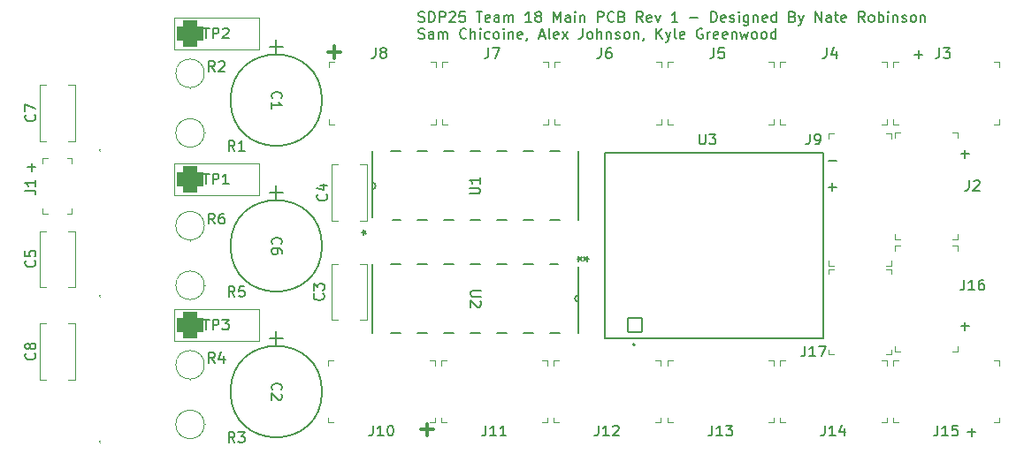
<source format=gto>
%TF.GenerationSoftware,KiCad,Pcbnew,7.0.10*%
%TF.CreationDate,2024-10-31T16:27:30-04:00*%
%TF.ProjectId,SDP25_MainPCB,53445032-355f-44d6-9169-6e5043422e6b,rev?*%
%TF.SameCoordinates,Original*%
%TF.FileFunction,Legend,Top*%
%TF.FilePolarity,Positive*%
%FSLAX46Y46*%
G04 Gerber Fmt 4.6, Leading zero omitted, Abs format (unit mm)*
G04 Created by KiCad (PCBNEW 7.0.10) date 2024-10-31 16:27:30*
%MOMM*%
%LPD*%
G01*
G04 APERTURE LIST*
G04 Aperture macros list*
%AMRoundRect*
0 Rectangle with rounded corners*
0 $1 Rounding radius*
0 $2 $3 $4 $5 $6 $7 $8 $9 X,Y pos of 4 corners*
0 Add a 4 corners polygon primitive as box body*
4,1,4,$2,$3,$4,$5,$6,$7,$8,$9,$2,$3,0*
0 Add four circle primitives for the rounded corners*
1,1,$1+$1,$2,$3*
1,1,$1+$1,$4,$5*
1,1,$1+$1,$6,$7*
1,1,$1+$1,$8,$9*
0 Add four rect primitives between the rounded corners*
20,1,$1+$1,$2,$3,$4,$5,0*
20,1,$1+$1,$4,$5,$6,$7,0*
20,1,$1+$1,$6,$7,$8,$9,0*
20,1,$1+$1,$8,$9,$2,$3,0*%
G04 Aperture macros list end*
%ADD10C,0.150000*%
%ADD11C,0.300000*%
%ADD12C,0.254000*%
%ADD13C,0.100000*%
%ADD14C,0.120000*%
%ADD15C,0.152400*%
%ADD16C,0.127000*%
%ADD17C,0.200000*%
%ADD18C,2.100000*%
%ADD19C,1.600000*%
%ADD20O,1.600000X1.600000*%
%ADD21RoundRect,0.650000X-0.650000X-0.650000X0.650000X-0.650000X0.650000X0.650000X-0.650000X0.650000X0*%
%ADD22C,2.600000*%
%ADD23R,1.500000X2.500000*%
%ADD24R,7.000000X7.000000*%
%ADD25R,1.422400X1.422400*%
%ADD26C,1.422400*%
%ADD27C,2.200000*%
%ADD28R,1.295400X1.295400*%
%ADD29C,1.295400*%
%ADD30RoundRect,0.102000X0.679000X-0.679000X0.679000X0.679000X-0.679000X0.679000X-0.679000X-0.679000X0*%
%ADD31C,1.562000*%
%ADD32C,1.524000*%
G04 APERTURE END LIST*
D10*
X49231779Y-52193866D02*
X49993684Y-52193866D01*
X49612731Y-52574819D02*
X49612731Y-51812914D01*
X126663220Y-51558866D02*
X125901316Y-51558866D01*
X86649160Y-38217200D02*
X86792017Y-38264819D01*
X86792017Y-38264819D02*
X87030112Y-38264819D01*
X87030112Y-38264819D02*
X87125350Y-38217200D01*
X87125350Y-38217200D02*
X87172969Y-38169580D01*
X87172969Y-38169580D02*
X87220588Y-38074342D01*
X87220588Y-38074342D02*
X87220588Y-37979104D01*
X87220588Y-37979104D02*
X87172969Y-37883866D01*
X87172969Y-37883866D02*
X87125350Y-37836247D01*
X87125350Y-37836247D02*
X87030112Y-37788628D01*
X87030112Y-37788628D02*
X86839636Y-37741009D01*
X86839636Y-37741009D02*
X86744398Y-37693390D01*
X86744398Y-37693390D02*
X86696779Y-37645771D01*
X86696779Y-37645771D02*
X86649160Y-37550533D01*
X86649160Y-37550533D02*
X86649160Y-37455295D01*
X86649160Y-37455295D02*
X86696779Y-37360057D01*
X86696779Y-37360057D02*
X86744398Y-37312438D01*
X86744398Y-37312438D02*
X86839636Y-37264819D01*
X86839636Y-37264819D02*
X87077731Y-37264819D01*
X87077731Y-37264819D02*
X87220588Y-37312438D01*
X87649160Y-38264819D02*
X87649160Y-37264819D01*
X87649160Y-37264819D02*
X87887255Y-37264819D01*
X87887255Y-37264819D02*
X88030112Y-37312438D01*
X88030112Y-37312438D02*
X88125350Y-37407676D01*
X88125350Y-37407676D02*
X88172969Y-37502914D01*
X88172969Y-37502914D02*
X88220588Y-37693390D01*
X88220588Y-37693390D02*
X88220588Y-37836247D01*
X88220588Y-37836247D02*
X88172969Y-38026723D01*
X88172969Y-38026723D02*
X88125350Y-38121961D01*
X88125350Y-38121961D02*
X88030112Y-38217200D01*
X88030112Y-38217200D02*
X87887255Y-38264819D01*
X87887255Y-38264819D02*
X87649160Y-38264819D01*
X88649160Y-38264819D02*
X88649160Y-37264819D01*
X88649160Y-37264819D02*
X89030112Y-37264819D01*
X89030112Y-37264819D02*
X89125350Y-37312438D01*
X89125350Y-37312438D02*
X89172969Y-37360057D01*
X89172969Y-37360057D02*
X89220588Y-37455295D01*
X89220588Y-37455295D02*
X89220588Y-37598152D01*
X89220588Y-37598152D02*
X89172969Y-37693390D01*
X89172969Y-37693390D02*
X89125350Y-37741009D01*
X89125350Y-37741009D02*
X89030112Y-37788628D01*
X89030112Y-37788628D02*
X88649160Y-37788628D01*
X89601541Y-37360057D02*
X89649160Y-37312438D01*
X89649160Y-37312438D02*
X89744398Y-37264819D01*
X89744398Y-37264819D02*
X89982493Y-37264819D01*
X89982493Y-37264819D02*
X90077731Y-37312438D01*
X90077731Y-37312438D02*
X90125350Y-37360057D01*
X90125350Y-37360057D02*
X90172969Y-37455295D01*
X90172969Y-37455295D02*
X90172969Y-37550533D01*
X90172969Y-37550533D02*
X90125350Y-37693390D01*
X90125350Y-37693390D02*
X89553922Y-38264819D01*
X89553922Y-38264819D02*
X90172969Y-38264819D01*
X91077731Y-37264819D02*
X90601541Y-37264819D01*
X90601541Y-37264819D02*
X90553922Y-37741009D01*
X90553922Y-37741009D02*
X90601541Y-37693390D01*
X90601541Y-37693390D02*
X90696779Y-37645771D01*
X90696779Y-37645771D02*
X90934874Y-37645771D01*
X90934874Y-37645771D02*
X91030112Y-37693390D01*
X91030112Y-37693390D02*
X91077731Y-37741009D01*
X91077731Y-37741009D02*
X91125350Y-37836247D01*
X91125350Y-37836247D02*
X91125350Y-38074342D01*
X91125350Y-38074342D02*
X91077731Y-38169580D01*
X91077731Y-38169580D02*
X91030112Y-38217200D01*
X91030112Y-38217200D02*
X90934874Y-38264819D01*
X90934874Y-38264819D02*
X90696779Y-38264819D01*
X90696779Y-38264819D02*
X90601541Y-38217200D01*
X90601541Y-38217200D02*
X90553922Y-38169580D01*
X92172970Y-37264819D02*
X92744398Y-37264819D01*
X92458684Y-38264819D02*
X92458684Y-37264819D01*
X93458684Y-38217200D02*
X93363446Y-38264819D01*
X93363446Y-38264819D02*
X93172970Y-38264819D01*
X93172970Y-38264819D02*
X93077732Y-38217200D01*
X93077732Y-38217200D02*
X93030113Y-38121961D01*
X93030113Y-38121961D02*
X93030113Y-37741009D01*
X93030113Y-37741009D02*
X93077732Y-37645771D01*
X93077732Y-37645771D02*
X93172970Y-37598152D01*
X93172970Y-37598152D02*
X93363446Y-37598152D01*
X93363446Y-37598152D02*
X93458684Y-37645771D01*
X93458684Y-37645771D02*
X93506303Y-37741009D01*
X93506303Y-37741009D02*
X93506303Y-37836247D01*
X93506303Y-37836247D02*
X93030113Y-37931485D01*
X94363446Y-38264819D02*
X94363446Y-37741009D01*
X94363446Y-37741009D02*
X94315827Y-37645771D01*
X94315827Y-37645771D02*
X94220589Y-37598152D01*
X94220589Y-37598152D02*
X94030113Y-37598152D01*
X94030113Y-37598152D02*
X93934875Y-37645771D01*
X94363446Y-38217200D02*
X94268208Y-38264819D01*
X94268208Y-38264819D02*
X94030113Y-38264819D01*
X94030113Y-38264819D02*
X93934875Y-38217200D01*
X93934875Y-38217200D02*
X93887256Y-38121961D01*
X93887256Y-38121961D02*
X93887256Y-38026723D01*
X93887256Y-38026723D02*
X93934875Y-37931485D01*
X93934875Y-37931485D02*
X94030113Y-37883866D01*
X94030113Y-37883866D02*
X94268208Y-37883866D01*
X94268208Y-37883866D02*
X94363446Y-37836247D01*
X94839637Y-38264819D02*
X94839637Y-37598152D01*
X94839637Y-37693390D02*
X94887256Y-37645771D01*
X94887256Y-37645771D02*
X94982494Y-37598152D01*
X94982494Y-37598152D02*
X95125351Y-37598152D01*
X95125351Y-37598152D02*
X95220589Y-37645771D01*
X95220589Y-37645771D02*
X95268208Y-37741009D01*
X95268208Y-37741009D02*
X95268208Y-38264819D01*
X95268208Y-37741009D02*
X95315827Y-37645771D01*
X95315827Y-37645771D02*
X95411065Y-37598152D01*
X95411065Y-37598152D02*
X95553922Y-37598152D01*
X95553922Y-37598152D02*
X95649161Y-37645771D01*
X95649161Y-37645771D02*
X95696780Y-37741009D01*
X95696780Y-37741009D02*
X95696780Y-38264819D01*
X97458684Y-38264819D02*
X96887256Y-38264819D01*
X97172970Y-38264819D02*
X97172970Y-37264819D01*
X97172970Y-37264819D02*
X97077732Y-37407676D01*
X97077732Y-37407676D02*
X96982494Y-37502914D01*
X96982494Y-37502914D02*
X96887256Y-37550533D01*
X98030113Y-37693390D02*
X97934875Y-37645771D01*
X97934875Y-37645771D02*
X97887256Y-37598152D01*
X97887256Y-37598152D02*
X97839637Y-37502914D01*
X97839637Y-37502914D02*
X97839637Y-37455295D01*
X97839637Y-37455295D02*
X97887256Y-37360057D01*
X97887256Y-37360057D02*
X97934875Y-37312438D01*
X97934875Y-37312438D02*
X98030113Y-37264819D01*
X98030113Y-37264819D02*
X98220589Y-37264819D01*
X98220589Y-37264819D02*
X98315827Y-37312438D01*
X98315827Y-37312438D02*
X98363446Y-37360057D01*
X98363446Y-37360057D02*
X98411065Y-37455295D01*
X98411065Y-37455295D02*
X98411065Y-37502914D01*
X98411065Y-37502914D02*
X98363446Y-37598152D01*
X98363446Y-37598152D02*
X98315827Y-37645771D01*
X98315827Y-37645771D02*
X98220589Y-37693390D01*
X98220589Y-37693390D02*
X98030113Y-37693390D01*
X98030113Y-37693390D02*
X97934875Y-37741009D01*
X97934875Y-37741009D02*
X97887256Y-37788628D01*
X97887256Y-37788628D02*
X97839637Y-37883866D01*
X97839637Y-37883866D02*
X97839637Y-38074342D01*
X97839637Y-38074342D02*
X97887256Y-38169580D01*
X97887256Y-38169580D02*
X97934875Y-38217200D01*
X97934875Y-38217200D02*
X98030113Y-38264819D01*
X98030113Y-38264819D02*
X98220589Y-38264819D01*
X98220589Y-38264819D02*
X98315827Y-38217200D01*
X98315827Y-38217200D02*
X98363446Y-38169580D01*
X98363446Y-38169580D02*
X98411065Y-38074342D01*
X98411065Y-38074342D02*
X98411065Y-37883866D01*
X98411065Y-37883866D02*
X98363446Y-37788628D01*
X98363446Y-37788628D02*
X98315827Y-37741009D01*
X98315827Y-37741009D02*
X98220589Y-37693390D01*
X99601542Y-38264819D02*
X99601542Y-37264819D01*
X99601542Y-37264819D02*
X99934875Y-37979104D01*
X99934875Y-37979104D02*
X100268208Y-37264819D01*
X100268208Y-37264819D02*
X100268208Y-38264819D01*
X101172970Y-38264819D02*
X101172970Y-37741009D01*
X101172970Y-37741009D02*
X101125351Y-37645771D01*
X101125351Y-37645771D02*
X101030113Y-37598152D01*
X101030113Y-37598152D02*
X100839637Y-37598152D01*
X100839637Y-37598152D02*
X100744399Y-37645771D01*
X101172970Y-38217200D02*
X101077732Y-38264819D01*
X101077732Y-38264819D02*
X100839637Y-38264819D01*
X100839637Y-38264819D02*
X100744399Y-38217200D01*
X100744399Y-38217200D02*
X100696780Y-38121961D01*
X100696780Y-38121961D02*
X100696780Y-38026723D01*
X100696780Y-38026723D02*
X100744399Y-37931485D01*
X100744399Y-37931485D02*
X100839637Y-37883866D01*
X100839637Y-37883866D02*
X101077732Y-37883866D01*
X101077732Y-37883866D02*
X101172970Y-37836247D01*
X101649161Y-38264819D02*
X101649161Y-37598152D01*
X101649161Y-37264819D02*
X101601542Y-37312438D01*
X101601542Y-37312438D02*
X101649161Y-37360057D01*
X101649161Y-37360057D02*
X101696780Y-37312438D01*
X101696780Y-37312438D02*
X101649161Y-37264819D01*
X101649161Y-37264819D02*
X101649161Y-37360057D01*
X102125351Y-37598152D02*
X102125351Y-38264819D01*
X102125351Y-37693390D02*
X102172970Y-37645771D01*
X102172970Y-37645771D02*
X102268208Y-37598152D01*
X102268208Y-37598152D02*
X102411065Y-37598152D01*
X102411065Y-37598152D02*
X102506303Y-37645771D01*
X102506303Y-37645771D02*
X102553922Y-37741009D01*
X102553922Y-37741009D02*
X102553922Y-38264819D01*
X103792018Y-38264819D02*
X103792018Y-37264819D01*
X103792018Y-37264819D02*
X104172970Y-37264819D01*
X104172970Y-37264819D02*
X104268208Y-37312438D01*
X104268208Y-37312438D02*
X104315827Y-37360057D01*
X104315827Y-37360057D02*
X104363446Y-37455295D01*
X104363446Y-37455295D02*
X104363446Y-37598152D01*
X104363446Y-37598152D02*
X104315827Y-37693390D01*
X104315827Y-37693390D02*
X104268208Y-37741009D01*
X104268208Y-37741009D02*
X104172970Y-37788628D01*
X104172970Y-37788628D02*
X103792018Y-37788628D01*
X105363446Y-38169580D02*
X105315827Y-38217200D01*
X105315827Y-38217200D02*
X105172970Y-38264819D01*
X105172970Y-38264819D02*
X105077732Y-38264819D01*
X105077732Y-38264819D02*
X104934875Y-38217200D01*
X104934875Y-38217200D02*
X104839637Y-38121961D01*
X104839637Y-38121961D02*
X104792018Y-38026723D01*
X104792018Y-38026723D02*
X104744399Y-37836247D01*
X104744399Y-37836247D02*
X104744399Y-37693390D01*
X104744399Y-37693390D02*
X104792018Y-37502914D01*
X104792018Y-37502914D02*
X104839637Y-37407676D01*
X104839637Y-37407676D02*
X104934875Y-37312438D01*
X104934875Y-37312438D02*
X105077732Y-37264819D01*
X105077732Y-37264819D02*
X105172970Y-37264819D01*
X105172970Y-37264819D02*
X105315827Y-37312438D01*
X105315827Y-37312438D02*
X105363446Y-37360057D01*
X106125351Y-37741009D02*
X106268208Y-37788628D01*
X106268208Y-37788628D02*
X106315827Y-37836247D01*
X106315827Y-37836247D02*
X106363446Y-37931485D01*
X106363446Y-37931485D02*
X106363446Y-38074342D01*
X106363446Y-38074342D02*
X106315827Y-38169580D01*
X106315827Y-38169580D02*
X106268208Y-38217200D01*
X106268208Y-38217200D02*
X106172970Y-38264819D01*
X106172970Y-38264819D02*
X105792018Y-38264819D01*
X105792018Y-38264819D02*
X105792018Y-37264819D01*
X105792018Y-37264819D02*
X106125351Y-37264819D01*
X106125351Y-37264819D02*
X106220589Y-37312438D01*
X106220589Y-37312438D02*
X106268208Y-37360057D01*
X106268208Y-37360057D02*
X106315827Y-37455295D01*
X106315827Y-37455295D02*
X106315827Y-37550533D01*
X106315827Y-37550533D02*
X106268208Y-37645771D01*
X106268208Y-37645771D02*
X106220589Y-37693390D01*
X106220589Y-37693390D02*
X106125351Y-37741009D01*
X106125351Y-37741009D02*
X105792018Y-37741009D01*
X108125351Y-38264819D02*
X107792018Y-37788628D01*
X107553923Y-38264819D02*
X107553923Y-37264819D01*
X107553923Y-37264819D02*
X107934875Y-37264819D01*
X107934875Y-37264819D02*
X108030113Y-37312438D01*
X108030113Y-37312438D02*
X108077732Y-37360057D01*
X108077732Y-37360057D02*
X108125351Y-37455295D01*
X108125351Y-37455295D02*
X108125351Y-37598152D01*
X108125351Y-37598152D02*
X108077732Y-37693390D01*
X108077732Y-37693390D02*
X108030113Y-37741009D01*
X108030113Y-37741009D02*
X107934875Y-37788628D01*
X107934875Y-37788628D02*
X107553923Y-37788628D01*
X108934875Y-38217200D02*
X108839637Y-38264819D01*
X108839637Y-38264819D02*
X108649161Y-38264819D01*
X108649161Y-38264819D02*
X108553923Y-38217200D01*
X108553923Y-38217200D02*
X108506304Y-38121961D01*
X108506304Y-38121961D02*
X108506304Y-37741009D01*
X108506304Y-37741009D02*
X108553923Y-37645771D01*
X108553923Y-37645771D02*
X108649161Y-37598152D01*
X108649161Y-37598152D02*
X108839637Y-37598152D01*
X108839637Y-37598152D02*
X108934875Y-37645771D01*
X108934875Y-37645771D02*
X108982494Y-37741009D01*
X108982494Y-37741009D02*
X108982494Y-37836247D01*
X108982494Y-37836247D02*
X108506304Y-37931485D01*
X109315828Y-37598152D02*
X109553923Y-38264819D01*
X109553923Y-38264819D02*
X109792018Y-37598152D01*
X111458685Y-38264819D02*
X110887257Y-38264819D01*
X111172971Y-38264819D02*
X111172971Y-37264819D01*
X111172971Y-37264819D02*
X111077733Y-37407676D01*
X111077733Y-37407676D02*
X110982495Y-37502914D01*
X110982495Y-37502914D02*
X110887257Y-37550533D01*
X112649162Y-37883866D02*
X113411067Y-37883866D01*
X114649162Y-38264819D02*
X114649162Y-37264819D01*
X114649162Y-37264819D02*
X114887257Y-37264819D01*
X114887257Y-37264819D02*
X115030114Y-37312438D01*
X115030114Y-37312438D02*
X115125352Y-37407676D01*
X115125352Y-37407676D02*
X115172971Y-37502914D01*
X115172971Y-37502914D02*
X115220590Y-37693390D01*
X115220590Y-37693390D02*
X115220590Y-37836247D01*
X115220590Y-37836247D02*
X115172971Y-38026723D01*
X115172971Y-38026723D02*
X115125352Y-38121961D01*
X115125352Y-38121961D02*
X115030114Y-38217200D01*
X115030114Y-38217200D02*
X114887257Y-38264819D01*
X114887257Y-38264819D02*
X114649162Y-38264819D01*
X116030114Y-38217200D02*
X115934876Y-38264819D01*
X115934876Y-38264819D02*
X115744400Y-38264819D01*
X115744400Y-38264819D02*
X115649162Y-38217200D01*
X115649162Y-38217200D02*
X115601543Y-38121961D01*
X115601543Y-38121961D02*
X115601543Y-37741009D01*
X115601543Y-37741009D02*
X115649162Y-37645771D01*
X115649162Y-37645771D02*
X115744400Y-37598152D01*
X115744400Y-37598152D02*
X115934876Y-37598152D01*
X115934876Y-37598152D02*
X116030114Y-37645771D01*
X116030114Y-37645771D02*
X116077733Y-37741009D01*
X116077733Y-37741009D02*
X116077733Y-37836247D01*
X116077733Y-37836247D02*
X115601543Y-37931485D01*
X116458686Y-38217200D02*
X116553924Y-38264819D01*
X116553924Y-38264819D02*
X116744400Y-38264819D01*
X116744400Y-38264819D02*
X116839638Y-38217200D01*
X116839638Y-38217200D02*
X116887257Y-38121961D01*
X116887257Y-38121961D02*
X116887257Y-38074342D01*
X116887257Y-38074342D02*
X116839638Y-37979104D01*
X116839638Y-37979104D02*
X116744400Y-37931485D01*
X116744400Y-37931485D02*
X116601543Y-37931485D01*
X116601543Y-37931485D02*
X116506305Y-37883866D01*
X116506305Y-37883866D02*
X116458686Y-37788628D01*
X116458686Y-37788628D02*
X116458686Y-37741009D01*
X116458686Y-37741009D02*
X116506305Y-37645771D01*
X116506305Y-37645771D02*
X116601543Y-37598152D01*
X116601543Y-37598152D02*
X116744400Y-37598152D01*
X116744400Y-37598152D02*
X116839638Y-37645771D01*
X117315829Y-38264819D02*
X117315829Y-37598152D01*
X117315829Y-37264819D02*
X117268210Y-37312438D01*
X117268210Y-37312438D02*
X117315829Y-37360057D01*
X117315829Y-37360057D02*
X117363448Y-37312438D01*
X117363448Y-37312438D02*
X117315829Y-37264819D01*
X117315829Y-37264819D02*
X117315829Y-37360057D01*
X118220590Y-37598152D02*
X118220590Y-38407676D01*
X118220590Y-38407676D02*
X118172971Y-38502914D01*
X118172971Y-38502914D02*
X118125352Y-38550533D01*
X118125352Y-38550533D02*
X118030114Y-38598152D01*
X118030114Y-38598152D02*
X117887257Y-38598152D01*
X117887257Y-38598152D02*
X117792019Y-38550533D01*
X118220590Y-38217200D02*
X118125352Y-38264819D01*
X118125352Y-38264819D02*
X117934876Y-38264819D01*
X117934876Y-38264819D02*
X117839638Y-38217200D01*
X117839638Y-38217200D02*
X117792019Y-38169580D01*
X117792019Y-38169580D02*
X117744400Y-38074342D01*
X117744400Y-38074342D02*
X117744400Y-37788628D01*
X117744400Y-37788628D02*
X117792019Y-37693390D01*
X117792019Y-37693390D02*
X117839638Y-37645771D01*
X117839638Y-37645771D02*
X117934876Y-37598152D01*
X117934876Y-37598152D02*
X118125352Y-37598152D01*
X118125352Y-37598152D02*
X118220590Y-37645771D01*
X118696781Y-37598152D02*
X118696781Y-38264819D01*
X118696781Y-37693390D02*
X118744400Y-37645771D01*
X118744400Y-37645771D02*
X118839638Y-37598152D01*
X118839638Y-37598152D02*
X118982495Y-37598152D01*
X118982495Y-37598152D02*
X119077733Y-37645771D01*
X119077733Y-37645771D02*
X119125352Y-37741009D01*
X119125352Y-37741009D02*
X119125352Y-38264819D01*
X119982495Y-38217200D02*
X119887257Y-38264819D01*
X119887257Y-38264819D02*
X119696781Y-38264819D01*
X119696781Y-38264819D02*
X119601543Y-38217200D01*
X119601543Y-38217200D02*
X119553924Y-38121961D01*
X119553924Y-38121961D02*
X119553924Y-37741009D01*
X119553924Y-37741009D02*
X119601543Y-37645771D01*
X119601543Y-37645771D02*
X119696781Y-37598152D01*
X119696781Y-37598152D02*
X119887257Y-37598152D01*
X119887257Y-37598152D02*
X119982495Y-37645771D01*
X119982495Y-37645771D02*
X120030114Y-37741009D01*
X120030114Y-37741009D02*
X120030114Y-37836247D01*
X120030114Y-37836247D02*
X119553924Y-37931485D01*
X120887257Y-38264819D02*
X120887257Y-37264819D01*
X120887257Y-38217200D02*
X120792019Y-38264819D01*
X120792019Y-38264819D02*
X120601543Y-38264819D01*
X120601543Y-38264819D02*
X120506305Y-38217200D01*
X120506305Y-38217200D02*
X120458686Y-38169580D01*
X120458686Y-38169580D02*
X120411067Y-38074342D01*
X120411067Y-38074342D02*
X120411067Y-37788628D01*
X120411067Y-37788628D02*
X120458686Y-37693390D01*
X120458686Y-37693390D02*
X120506305Y-37645771D01*
X120506305Y-37645771D02*
X120601543Y-37598152D01*
X120601543Y-37598152D02*
X120792019Y-37598152D01*
X120792019Y-37598152D02*
X120887257Y-37645771D01*
X122458686Y-37741009D02*
X122601543Y-37788628D01*
X122601543Y-37788628D02*
X122649162Y-37836247D01*
X122649162Y-37836247D02*
X122696781Y-37931485D01*
X122696781Y-37931485D02*
X122696781Y-38074342D01*
X122696781Y-38074342D02*
X122649162Y-38169580D01*
X122649162Y-38169580D02*
X122601543Y-38217200D01*
X122601543Y-38217200D02*
X122506305Y-38264819D01*
X122506305Y-38264819D02*
X122125353Y-38264819D01*
X122125353Y-38264819D02*
X122125353Y-37264819D01*
X122125353Y-37264819D02*
X122458686Y-37264819D01*
X122458686Y-37264819D02*
X122553924Y-37312438D01*
X122553924Y-37312438D02*
X122601543Y-37360057D01*
X122601543Y-37360057D02*
X122649162Y-37455295D01*
X122649162Y-37455295D02*
X122649162Y-37550533D01*
X122649162Y-37550533D02*
X122601543Y-37645771D01*
X122601543Y-37645771D02*
X122553924Y-37693390D01*
X122553924Y-37693390D02*
X122458686Y-37741009D01*
X122458686Y-37741009D02*
X122125353Y-37741009D01*
X123030115Y-37598152D02*
X123268210Y-38264819D01*
X123506305Y-37598152D02*
X123268210Y-38264819D01*
X123268210Y-38264819D02*
X123172972Y-38502914D01*
X123172972Y-38502914D02*
X123125353Y-38550533D01*
X123125353Y-38550533D02*
X123030115Y-38598152D01*
X124649163Y-38264819D02*
X124649163Y-37264819D01*
X124649163Y-37264819D02*
X125220591Y-38264819D01*
X125220591Y-38264819D02*
X125220591Y-37264819D01*
X126125353Y-38264819D02*
X126125353Y-37741009D01*
X126125353Y-37741009D02*
X126077734Y-37645771D01*
X126077734Y-37645771D02*
X125982496Y-37598152D01*
X125982496Y-37598152D02*
X125792020Y-37598152D01*
X125792020Y-37598152D02*
X125696782Y-37645771D01*
X126125353Y-38217200D02*
X126030115Y-38264819D01*
X126030115Y-38264819D02*
X125792020Y-38264819D01*
X125792020Y-38264819D02*
X125696782Y-38217200D01*
X125696782Y-38217200D02*
X125649163Y-38121961D01*
X125649163Y-38121961D02*
X125649163Y-38026723D01*
X125649163Y-38026723D02*
X125696782Y-37931485D01*
X125696782Y-37931485D02*
X125792020Y-37883866D01*
X125792020Y-37883866D02*
X126030115Y-37883866D01*
X126030115Y-37883866D02*
X126125353Y-37836247D01*
X126458687Y-37598152D02*
X126839639Y-37598152D01*
X126601544Y-37264819D02*
X126601544Y-38121961D01*
X126601544Y-38121961D02*
X126649163Y-38217200D01*
X126649163Y-38217200D02*
X126744401Y-38264819D01*
X126744401Y-38264819D02*
X126839639Y-38264819D01*
X127553925Y-38217200D02*
X127458687Y-38264819D01*
X127458687Y-38264819D02*
X127268211Y-38264819D01*
X127268211Y-38264819D02*
X127172973Y-38217200D01*
X127172973Y-38217200D02*
X127125354Y-38121961D01*
X127125354Y-38121961D02*
X127125354Y-37741009D01*
X127125354Y-37741009D02*
X127172973Y-37645771D01*
X127172973Y-37645771D02*
X127268211Y-37598152D01*
X127268211Y-37598152D02*
X127458687Y-37598152D01*
X127458687Y-37598152D02*
X127553925Y-37645771D01*
X127553925Y-37645771D02*
X127601544Y-37741009D01*
X127601544Y-37741009D02*
X127601544Y-37836247D01*
X127601544Y-37836247D02*
X127125354Y-37931485D01*
X129363449Y-38264819D02*
X129030116Y-37788628D01*
X128792021Y-38264819D02*
X128792021Y-37264819D01*
X128792021Y-37264819D02*
X129172973Y-37264819D01*
X129172973Y-37264819D02*
X129268211Y-37312438D01*
X129268211Y-37312438D02*
X129315830Y-37360057D01*
X129315830Y-37360057D02*
X129363449Y-37455295D01*
X129363449Y-37455295D02*
X129363449Y-37598152D01*
X129363449Y-37598152D02*
X129315830Y-37693390D01*
X129315830Y-37693390D02*
X129268211Y-37741009D01*
X129268211Y-37741009D02*
X129172973Y-37788628D01*
X129172973Y-37788628D02*
X128792021Y-37788628D01*
X129934878Y-38264819D02*
X129839640Y-38217200D01*
X129839640Y-38217200D02*
X129792021Y-38169580D01*
X129792021Y-38169580D02*
X129744402Y-38074342D01*
X129744402Y-38074342D02*
X129744402Y-37788628D01*
X129744402Y-37788628D02*
X129792021Y-37693390D01*
X129792021Y-37693390D02*
X129839640Y-37645771D01*
X129839640Y-37645771D02*
X129934878Y-37598152D01*
X129934878Y-37598152D02*
X130077735Y-37598152D01*
X130077735Y-37598152D02*
X130172973Y-37645771D01*
X130172973Y-37645771D02*
X130220592Y-37693390D01*
X130220592Y-37693390D02*
X130268211Y-37788628D01*
X130268211Y-37788628D02*
X130268211Y-38074342D01*
X130268211Y-38074342D02*
X130220592Y-38169580D01*
X130220592Y-38169580D02*
X130172973Y-38217200D01*
X130172973Y-38217200D02*
X130077735Y-38264819D01*
X130077735Y-38264819D02*
X129934878Y-38264819D01*
X130696783Y-38264819D02*
X130696783Y-37264819D01*
X130696783Y-37645771D02*
X130792021Y-37598152D01*
X130792021Y-37598152D02*
X130982497Y-37598152D01*
X130982497Y-37598152D02*
X131077735Y-37645771D01*
X131077735Y-37645771D02*
X131125354Y-37693390D01*
X131125354Y-37693390D02*
X131172973Y-37788628D01*
X131172973Y-37788628D02*
X131172973Y-38074342D01*
X131172973Y-38074342D02*
X131125354Y-38169580D01*
X131125354Y-38169580D02*
X131077735Y-38217200D01*
X131077735Y-38217200D02*
X130982497Y-38264819D01*
X130982497Y-38264819D02*
X130792021Y-38264819D01*
X130792021Y-38264819D02*
X130696783Y-38217200D01*
X131601545Y-38264819D02*
X131601545Y-37598152D01*
X131601545Y-37264819D02*
X131553926Y-37312438D01*
X131553926Y-37312438D02*
X131601545Y-37360057D01*
X131601545Y-37360057D02*
X131649164Y-37312438D01*
X131649164Y-37312438D02*
X131601545Y-37264819D01*
X131601545Y-37264819D02*
X131601545Y-37360057D01*
X132077735Y-37598152D02*
X132077735Y-38264819D01*
X132077735Y-37693390D02*
X132125354Y-37645771D01*
X132125354Y-37645771D02*
X132220592Y-37598152D01*
X132220592Y-37598152D02*
X132363449Y-37598152D01*
X132363449Y-37598152D02*
X132458687Y-37645771D01*
X132458687Y-37645771D02*
X132506306Y-37741009D01*
X132506306Y-37741009D02*
X132506306Y-38264819D01*
X132934878Y-38217200D02*
X133030116Y-38264819D01*
X133030116Y-38264819D02*
X133220592Y-38264819D01*
X133220592Y-38264819D02*
X133315830Y-38217200D01*
X133315830Y-38217200D02*
X133363449Y-38121961D01*
X133363449Y-38121961D02*
X133363449Y-38074342D01*
X133363449Y-38074342D02*
X133315830Y-37979104D01*
X133315830Y-37979104D02*
X133220592Y-37931485D01*
X133220592Y-37931485D02*
X133077735Y-37931485D01*
X133077735Y-37931485D02*
X132982497Y-37883866D01*
X132982497Y-37883866D02*
X132934878Y-37788628D01*
X132934878Y-37788628D02*
X132934878Y-37741009D01*
X132934878Y-37741009D02*
X132982497Y-37645771D01*
X132982497Y-37645771D02*
X133077735Y-37598152D01*
X133077735Y-37598152D02*
X133220592Y-37598152D01*
X133220592Y-37598152D02*
X133315830Y-37645771D01*
X133934878Y-38264819D02*
X133839640Y-38217200D01*
X133839640Y-38217200D02*
X133792021Y-38169580D01*
X133792021Y-38169580D02*
X133744402Y-38074342D01*
X133744402Y-38074342D02*
X133744402Y-37788628D01*
X133744402Y-37788628D02*
X133792021Y-37693390D01*
X133792021Y-37693390D02*
X133839640Y-37645771D01*
X133839640Y-37645771D02*
X133934878Y-37598152D01*
X133934878Y-37598152D02*
X134077735Y-37598152D01*
X134077735Y-37598152D02*
X134172973Y-37645771D01*
X134172973Y-37645771D02*
X134220592Y-37693390D01*
X134220592Y-37693390D02*
X134268211Y-37788628D01*
X134268211Y-37788628D02*
X134268211Y-38074342D01*
X134268211Y-38074342D02*
X134220592Y-38169580D01*
X134220592Y-38169580D02*
X134172973Y-38217200D01*
X134172973Y-38217200D02*
X134077735Y-38264819D01*
X134077735Y-38264819D02*
X133934878Y-38264819D01*
X134696783Y-37598152D02*
X134696783Y-38264819D01*
X134696783Y-37693390D02*
X134744402Y-37645771D01*
X134744402Y-37645771D02*
X134839640Y-37598152D01*
X134839640Y-37598152D02*
X134982497Y-37598152D01*
X134982497Y-37598152D02*
X135077735Y-37645771D01*
X135077735Y-37645771D02*
X135125354Y-37741009D01*
X135125354Y-37741009D02*
X135125354Y-38264819D01*
X86649160Y-39827200D02*
X86792017Y-39874819D01*
X86792017Y-39874819D02*
X87030112Y-39874819D01*
X87030112Y-39874819D02*
X87125350Y-39827200D01*
X87125350Y-39827200D02*
X87172969Y-39779580D01*
X87172969Y-39779580D02*
X87220588Y-39684342D01*
X87220588Y-39684342D02*
X87220588Y-39589104D01*
X87220588Y-39589104D02*
X87172969Y-39493866D01*
X87172969Y-39493866D02*
X87125350Y-39446247D01*
X87125350Y-39446247D02*
X87030112Y-39398628D01*
X87030112Y-39398628D02*
X86839636Y-39351009D01*
X86839636Y-39351009D02*
X86744398Y-39303390D01*
X86744398Y-39303390D02*
X86696779Y-39255771D01*
X86696779Y-39255771D02*
X86649160Y-39160533D01*
X86649160Y-39160533D02*
X86649160Y-39065295D01*
X86649160Y-39065295D02*
X86696779Y-38970057D01*
X86696779Y-38970057D02*
X86744398Y-38922438D01*
X86744398Y-38922438D02*
X86839636Y-38874819D01*
X86839636Y-38874819D02*
X87077731Y-38874819D01*
X87077731Y-38874819D02*
X87220588Y-38922438D01*
X88077731Y-39874819D02*
X88077731Y-39351009D01*
X88077731Y-39351009D02*
X88030112Y-39255771D01*
X88030112Y-39255771D02*
X87934874Y-39208152D01*
X87934874Y-39208152D02*
X87744398Y-39208152D01*
X87744398Y-39208152D02*
X87649160Y-39255771D01*
X88077731Y-39827200D02*
X87982493Y-39874819D01*
X87982493Y-39874819D02*
X87744398Y-39874819D01*
X87744398Y-39874819D02*
X87649160Y-39827200D01*
X87649160Y-39827200D02*
X87601541Y-39731961D01*
X87601541Y-39731961D02*
X87601541Y-39636723D01*
X87601541Y-39636723D02*
X87649160Y-39541485D01*
X87649160Y-39541485D02*
X87744398Y-39493866D01*
X87744398Y-39493866D02*
X87982493Y-39493866D01*
X87982493Y-39493866D02*
X88077731Y-39446247D01*
X88553922Y-39874819D02*
X88553922Y-39208152D01*
X88553922Y-39303390D02*
X88601541Y-39255771D01*
X88601541Y-39255771D02*
X88696779Y-39208152D01*
X88696779Y-39208152D02*
X88839636Y-39208152D01*
X88839636Y-39208152D02*
X88934874Y-39255771D01*
X88934874Y-39255771D02*
X88982493Y-39351009D01*
X88982493Y-39351009D02*
X88982493Y-39874819D01*
X88982493Y-39351009D02*
X89030112Y-39255771D01*
X89030112Y-39255771D02*
X89125350Y-39208152D01*
X89125350Y-39208152D02*
X89268207Y-39208152D01*
X89268207Y-39208152D02*
X89363446Y-39255771D01*
X89363446Y-39255771D02*
X89411065Y-39351009D01*
X89411065Y-39351009D02*
X89411065Y-39874819D01*
X91220588Y-39779580D02*
X91172969Y-39827200D01*
X91172969Y-39827200D02*
X91030112Y-39874819D01*
X91030112Y-39874819D02*
X90934874Y-39874819D01*
X90934874Y-39874819D02*
X90792017Y-39827200D01*
X90792017Y-39827200D02*
X90696779Y-39731961D01*
X90696779Y-39731961D02*
X90649160Y-39636723D01*
X90649160Y-39636723D02*
X90601541Y-39446247D01*
X90601541Y-39446247D02*
X90601541Y-39303390D01*
X90601541Y-39303390D02*
X90649160Y-39112914D01*
X90649160Y-39112914D02*
X90696779Y-39017676D01*
X90696779Y-39017676D02*
X90792017Y-38922438D01*
X90792017Y-38922438D02*
X90934874Y-38874819D01*
X90934874Y-38874819D02*
X91030112Y-38874819D01*
X91030112Y-38874819D02*
X91172969Y-38922438D01*
X91172969Y-38922438D02*
X91220588Y-38970057D01*
X91649160Y-39874819D02*
X91649160Y-38874819D01*
X92077731Y-39874819D02*
X92077731Y-39351009D01*
X92077731Y-39351009D02*
X92030112Y-39255771D01*
X92030112Y-39255771D02*
X91934874Y-39208152D01*
X91934874Y-39208152D02*
X91792017Y-39208152D01*
X91792017Y-39208152D02*
X91696779Y-39255771D01*
X91696779Y-39255771D02*
X91649160Y-39303390D01*
X92553922Y-39874819D02*
X92553922Y-39208152D01*
X92553922Y-38874819D02*
X92506303Y-38922438D01*
X92506303Y-38922438D02*
X92553922Y-38970057D01*
X92553922Y-38970057D02*
X92601541Y-38922438D01*
X92601541Y-38922438D02*
X92553922Y-38874819D01*
X92553922Y-38874819D02*
X92553922Y-38970057D01*
X93458683Y-39827200D02*
X93363445Y-39874819D01*
X93363445Y-39874819D02*
X93172969Y-39874819D01*
X93172969Y-39874819D02*
X93077731Y-39827200D01*
X93077731Y-39827200D02*
X93030112Y-39779580D01*
X93030112Y-39779580D02*
X92982493Y-39684342D01*
X92982493Y-39684342D02*
X92982493Y-39398628D01*
X92982493Y-39398628D02*
X93030112Y-39303390D01*
X93030112Y-39303390D02*
X93077731Y-39255771D01*
X93077731Y-39255771D02*
X93172969Y-39208152D01*
X93172969Y-39208152D02*
X93363445Y-39208152D01*
X93363445Y-39208152D02*
X93458683Y-39255771D01*
X94030112Y-39874819D02*
X93934874Y-39827200D01*
X93934874Y-39827200D02*
X93887255Y-39779580D01*
X93887255Y-39779580D02*
X93839636Y-39684342D01*
X93839636Y-39684342D02*
X93839636Y-39398628D01*
X93839636Y-39398628D02*
X93887255Y-39303390D01*
X93887255Y-39303390D02*
X93934874Y-39255771D01*
X93934874Y-39255771D02*
X94030112Y-39208152D01*
X94030112Y-39208152D02*
X94172969Y-39208152D01*
X94172969Y-39208152D02*
X94268207Y-39255771D01*
X94268207Y-39255771D02*
X94315826Y-39303390D01*
X94315826Y-39303390D02*
X94363445Y-39398628D01*
X94363445Y-39398628D02*
X94363445Y-39684342D01*
X94363445Y-39684342D02*
X94315826Y-39779580D01*
X94315826Y-39779580D02*
X94268207Y-39827200D01*
X94268207Y-39827200D02*
X94172969Y-39874819D01*
X94172969Y-39874819D02*
X94030112Y-39874819D01*
X94792017Y-39874819D02*
X94792017Y-39208152D01*
X94792017Y-38874819D02*
X94744398Y-38922438D01*
X94744398Y-38922438D02*
X94792017Y-38970057D01*
X94792017Y-38970057D02*
X94839636Y-38922438D01*
X94839636Y-38922438D02*
X94792017Y-38874819D01*
X94792017Y-38874819D02*
X94792017Y-38970057D01*
X95268207Y-39208152D02*
X95268207Y-39874819D01*
X95268207Y-39303390D02*
X95315826Y-39255771D01*
X95315826Y-39255771D02*
X95411064Y-39208152D01*
X95411064Y-39208152D02*
X95553921Y-39208152D01*
X95553921Y-39208152D02*
X95649159Y-39255771D01*
X95649159Y-39255771D02*
X95696778Y-39351009D01*
X95696778Y-39351009D02*
X95696778Y-39874819D01*
X96553921Y-39827200D02*
X96458683Y-39874819D01*
X96458683Y-39874819D02*
X96268207Y-39874819D01*
X96268207Y-39874819D02*
X96172969Y-39827200D01*
X96172969Y-39827200D02*
X96125350Y-39731961D01*
X96125350Y-39731961D02*
X96125350Y-39351009D01*
X96125350Y-39351009D02*
X96172969Y-39255771D01*
X96172969Y-39255771D02*
X96268207Y-39208152D01*
X96268207Y-39208152D02*
X96458683Y-39208152D01*
X96458683Y-39208152D02*
X96553921Y-39255771D01*
X96553921Y-39255771D02*
X96601540Y-39351009D01*
X96601540Y-39351009D02*
X96601540Y-39446247D01*
X96601540Y-39446247D02*
X96125350Y-39541485D01*
X97077731Y-39827200D02*
X97077731Y-39874819D01*
X97077731Y-39874819D02*
X97030112Y-39970057D01*
X97030112Y-39970057D02*
X96982493Y-40017676D01*
X98220588Y-39589104D02*
X98696778Y-39589104D01*
X98125350Y-39874819D02*
X98458683Y-38874819D01*
X98458683Y-38874819D02*
X98792016Y-39874819D01*
X99268207Y-39874819D02*
X99172969Y-39827200D01*
X99172969Y-39827200D02*
X99125350Y-39731961D01*
X99125350Y-39731961D02*
X99125350Y-38874819D01*
X100030112Y-39827200D02*
X99934874Y-39874819D01*
X99934874Y-39874819D02*
X99744398Y-39874819D01*
X99744398Y-39874819D02*
X99649160Y-39827200D01*
X99649160Y-39827200D02*
X99601541Y-39731961D01*
X99601541Y-39731961D02*
X99601541Y-39351009D01*
X99601541Y-39351009D02*
X99649160Y-39255771D01*
X99649160Y-39255771D02*
X99744398Y-39208152D01*
X99744398Y-39208152D02*
X99934874Y-39208152D01*
X99934874Y-39208152D02*
X100030112Y-39255771D01*
X100030112Y-39255771D02*
X100077731Y-39351009D01*
X100077731Y-39351009D02*
X100077731Y-39446247D01*
X100077731Y-39446247D02*
X99601541Y-39541485D01*
X100411065Y-39874819D02*
X100934874Y-39208152D01*
X100411065Y-39208152D02*
X100934874Y-39874819D01*
X102363446Y-38874819D02*
X102363446Y-39589104D01*
X102363446Y-39589104D02*
X102315827Y-39731961D01*
X102315827Y-39731961D02*
X102220589Y-39827200D01*
X102220589Y-39827200D02*
X102077732Y-39874819D01*
X102077732Y-39874819D02*
X101982494Y-39874819D01*
X102982494Y-39874819D02*
X102887256Y-39827200D01*
X102887256Y-39827200D02*
X102839637Y-39779580D01*
X102839637Y-39779580D02*
X102792018Y-39684342D01*
X102792018Y-39684342D02*
X102792018Y-39398628D01*
X102792018Y-39398628D02*
X102839637Y-39303390D01*
X102839637Y-39303390D02*
X102887256Y-39255771D01*
X102887256Y-39255771D02*
X102982494Y-39208152D01*
X102982494Y-39208152D02*
X103125351Y-39208152D01*
X103125351Y-39208152D02*
X103220589Y-39255771D01*
X103220589Y-39255771D02*
X103268208Y-39303390D01*
X103268208Y-39303390D02*
X103315827Y-39398628D01*
X103315827Y-39398628D02*
X103315827Y-39684342D01*
X103315827Y-39684342D02*
X103268208Y-39779580D01*
X103268208Y-39779580D02*
X103220589Y-39827200D01*
X103220589Y-39827200D02*
X103125351Y-39874819D01*
X103125351Y-39874819D02*
X102982494Y-39874819D01*
X103744399Y-39874819D02*
X103744399Y-38874819D01*
X104172970Y-39874819D02*
X104172970Y-39351009D01*
X104172970Y-39351009D02*
X104125351Y-39255771D01*
X104125351Y-39255771D02*
X104030113Y-39208152D01*
X104030113Y-39208152D02*
X103887256Y-39208152D01*
X103887256Y-39208152D02*
X103792018Y-39255771D01*
X103792018Y-39255771D02*
X103744399Y-39303390D01*
X104649161Y-39208152D02*
X104649161Y-39874819D01*
X104649161Y-39303390D02*
X104696780Y-39255771D01*
X104696780Y-39255771D02*
X104792018Y-39208152D01*
X104792018Y-39208152D02*
X104934875Y-39208152D01*
X104934875Y-39208152D02*
X105030113Y-39255771D01*
X105030113Y-39255771D02*
X105077732Y-39351009D01*
X105077732Y-39351009D02*
X105077732Y-39874819D01*
X105506304Y-39827200D02*
X105601542Y-39874819D01*
X105601542Y-39874819D02*
X105792018Y-39874819D01*
X105792018Y-39874819D02*
X105887256Y-39827200D01*
X105887256Y-39827200D02*
X105934875Y-39731961D01*
X105934875Y-39731961D02*
X105934875Y-39684342D01*
X105934875Y-39684342D02*
X105887256Y-39589104D01*
X105887256Y-39589104D02*
X105792018Y-39541485D01*
X105792018Y-39541485D02*
X105649161Y-39541485D01*
X105649161Y-39541485D02*
X105553923Y-39493866D01*
X105553923Y-39493866D02*
X105506304Y-39398628D01*
X105506304Y-39398628D02*
X105506304Y-39351009D01*
X105506304Y-39351009D02*
X105553923Y-39255771D01*
X105553923Y-39255771D02*
X105649161Y-39208152D01*
X105649161Y-39208152D02*
X105792018Y-39208152D01*
X105792018Y-39208152D02*
X105887256Y-39255771D01*
X106506304Y-39874819D02*
X106411066Y-39827200D01*
X106411066Y-39827200D02*
X106363447Y-39779580D01*
X106363447Y-39779580D02*
X106315828Y-39684342D01*
X106315828Y-39684342D02*
X106315828Y-39398628D01*
X106315828Y-39398628D02*
X106363447Y-39303390D01*
X106363447Y-39303390D02*
X106411066Y-39255771D01*
X106411066Y-39255771D02*
X106506304Y-39208152D01*
X106506304Y-39208152D02*
X106649161Y-39208152D01*
X106649161Y-39208152D02*
X106744399Y-39255771D01*
X106744399Y-39255771D02*
X106792018Y-39303390D01*
X106792018Y-39303390D02*
X106839637Y-39398628D01*
X106839637Y-39398628D02*
X106839637Y-39684342D01*
X106839637Y-39684342D02*
X106792018Y-39779580D01*
X106792018Y-39779580D02*
X106744399Y-39827200D01*
X106744399Y-39827200D02*
X106649161Y-39874819D01*
X106649161Y-39874819D02*
X106506304Y-39874819D01*
X107268209Y-39208152D02*
X107268209Y-39874819D01*
X107268209Y-39303390D02*
X107315828Y-39255771D01*
X107315828Y-39255771D02*
X107411066Y-39208152D01*
X107411066Y-39208152D02*
X107553923Y-39208152D01*
X107553923Y-39208152D02*
X107649161Y-39255771D01*
X107649161Y-39255771D02*
X107696780Y-39351009D01*
X107696780Y-39351009D02*
X107696780Y-39874819D01*
X108220590Y-39827200D02*
X108220590Y-39874819D01*
X108220590Y-39874819D02*
X108172971Y-39970057D01*
X108172971Y-39970057D02*
X108125352Y-40017676D01*
X109411066Y-39874819D02*
X109411066Y-38874819D01*
X109982494Y-39874819D02*
X109553923Y-39303390D01*
X109982494Y-38874819D02*
X109411066Y-39446247D01*
X110315828Y-39208152D02*
X110553923Y-39874819D01*
X110792018Y-39208152D02*
X110553923Y-39874819D01*
X110553923Y-39874819D02*
X110458685Y-40112914D01*
X110458685Y-40112914D02*
X110411066Y-40160533D01*
X110411066Y-40160533D02*
X110315828Y-40208152D01*
X111315828Y-39874819D02*
X111220590Y-39827200D01*
X111220590Y-39827200D02*
X111172971Y-39731961D01*
X111172971Y-39731961D02*
X111172971Y-38874819D01*
X112077733Y-39827200D02*
X111982495Y-39874819D01*
X111982495Y-39874819D02*
X111792019Y-39874819D01*
X111792019Y-39874819D02*
X111696781Y-39827200D01*
X111696781Y-39827200D02*
X111649162Y-39731961D01*
X111649162Y-39731961D02*
X111649162Y-39351009D01*
X111649162Y-39351009D02*
X111696781Y-39255771D01*
X111696781Y-39255771D02*
X111792019Y-39208152D01*
X111792019Y-39208152D02*
X111982495Y-39208152D01*
X111982495Y-39208152D02*
X112077733Y-39255771D01*
X112077733Y-39255771D02*
X112125352Y-39351009D01*
X112125352Y-39351009D02*
X112125352Y-39446247D01*
X112125352Y-39446247D02*
X111649162Y-39541485D01*
X113839638Y-38922438D02*
X113744400Y-38874819D01*
X113744400Y-38874819D02*
X113601543Y-38874819D01*
X113601543Y-38874819D02*
X113458686Y-38922438D01*
X113458686Y-38922438D02*
X113363448Y-39017676D01*
X113363448Y-39017676D02*
X113315829Y-39112914D01*
X113315829Y-39112914D02*
X113268210Y-39303390D01*
X113268210Y-39303390D02*
X113268210Y-39446247D01*
X113268210Y-39446247D02*
X113315829Y-39636723D01*
X113315829Y-39636723D02*
X113363448Y-39731961D01*
X113363448Y-39731961D02*
X113458686Y-39827200D01*
X113458686Y-39827200D02*
X113601543Y-39874819D01*
X113601543Y-39874819D02*
X113696781Y-39874819D01*
X113696781Y-39874819D02*
X113839638Y-39827200D01*
X113839638Y-39827200D02*
X113887257Y-39779580D01*
X113887257Y-39779580D02*
X113887257Y-39446247D01*
X113887257Y-39446247D02*
X113696781Y-39446247D01*
X114315829Y-39874819D02*
X114315829Y-39208152D01*
X114315829Y-39398628D02*
X114363448Y-39303390D01*
X114363448Y-39303390D02*
X114411067Y-39255771D01*
X114411067Y-39255771D02*
X114506305Y-39208152D01*
X114506305Y-39208152D02*
X114601543Y-39208152D01*
X115315829Y-39827200D02*
X115220591Y-39874819D01*
X115220591Y-39874819D02*
X115030115Y-39874819D01*
X115030115Y-39874819D02*
X114934877Y-39827200D01*
X114934877Y-39827200D02*
X114887258Y-39731961D01*
X114887258Y-39731961D02*
X114887258Y-39351009D01*
X114887258Y-39351009D02*
X114934877Y-39255771D01*
X114934877Y-39255771D02*
X115030115Y-39208152D01*
X115030115Y-39208152D02*
X115220591Y-39208152D01*
X115220591Y-39208152D02*
X115315829Y-39255771D01*
X115315829Y-39255771D02*
X115363448Y-39351009D01*
X115363448Y-39351009D02*
X115363448Y-39446247D01*
X115363448Y-39446247D02*
X114887258Y-39541485D01*
X116172972Y-39827200D02*
X116077734Y-39874819D01*
X116077734Y-39874819D02*
X115887258Y-39874819D01*
X115887258Y-39874819D02*
X115792020Y-39827200D01*
X115792020Y-39827200D02*
X115744401Y-39731961D01*
X115744401Y-39731961D02*
X115744401Y-39351009D01*
X115744401Y-39351009D02*
X115792020Y-39255771D01*
X115792020Y-39255771D02*
X115887258Y-39208152D01*
X115887258Y-39208152D02*
X116077734Y-39208152D01*
X116077734Y-39208152D02*
X116172972Y-39255771D01*
X116172972Y-39255771D02*
X116220591Y-39351009D01*
X116220591Y-39351009D02*
X116220591Y-39446247D01*
X116220591Y-39446247D02*
X115744401Y-39541485D01*
X116649163Y-39208152D02*
X116649163Y-39874819D01*
X116649163Y-39303390D02*
X116696782Y-39255771D01*
X116696782Y-39255771D02*
X116792020Y-39208152D01*
X116792020Y-39208152D02*
X116934877Y-39208152D01*
X116934877Y-39208152D02*
X117030115Y-39255771D01*
X117030115Y-39255771D02*
X117077734Y-39351009D01*
X117077734Y-39351009D02*
X117077734Y-39874819D01*
X117458687Y-39208152D02*
X117649163Y-39874819D01*
X117649163Y-39874819D02*
X117839639Y-39398628D01*
X117839639Y-39398628D02*
X118030115Y-39874819D01*
X118030115Y-39874819D02*
X118220591Y-39208152D01*
X118744401Y-39874819D02*
X118649163Y-39827200D01*
X118649163Y-39827200D02*
X118601544Y-39779580D01*
X118601544Y-39779580D02*
X118553925Y-39684342D01*
X118553925Y-39684342D02*
X118553925Y-39398628D01*
X118553925Y-39398628D02*
X118601544Y-39303390D01*
X118601544Y-39303390D02*
X118649163Y-39255771D01*
X118649163Y-39255771D02*
X118744401Y-39208152D01*
X118744401Y-39208152D02*
X118887258Y-39208152D01*
X118887258Y-39208152D02*
X118982496Y-39255771D01*
X118982496Y-39255771D02*
X119030115Y-39303390D01*
X119030115Y-39303390D02*
X119077734Y-39398628D01*
X119077734Y-39398628D02*
X119077734Y-39684342D01*
X119077734Y-39684342D02*
X119030115Y-39779580D01*
X119030115Y-39779580D02*
X118982496Y-39827200D01*
X118982496Y-39827200D02*
X118887258Y-39874819D01*
X118887258Y-39874819D02*
X118744401Y-39874819D01*
X119649163Y-39874819D02*
X119553925Y-39827200D01*
X119553925Y-39827200D02*
X119506306Y-39779580D01*
X119506306Y-39779580D02*
X119458687Y-39684342D01*
X119458687Y-39684342D02*
X119458687Y-39398628D01*
X119458687Y-39398628D02*
X119506306Y-39303390D01*
X119506306Y-39303390D02*
X119553925Y-39255771D01*
X119553925Y-39255771D02*
X119649163Y-39208152D01*
X119649163Y-39208152D02*
X119792020Y-39208152D01*
X119792020Y-39208152D02*
X119887258Y-39255771D01*
X119887258Y-39255771D02*
X119934877Y-39303390D01*
X119934877Y-39303390D02*
X119982496Y-39398628D01*
X119982496Y-39398628D02*
X119982496Y-39684342D01*
X119982496Y-39684342D02*
X119934877Y-39779580D01*
X119934877Y-39779580D02*
X119887258Y-39827200D01*
X119887258Y-39827200D02*
X119792020Y-39874819D01*
X119792020Y-39874819D02*
X119649163Y-39874819D01*
X120839639Y-39874819D02*
X120839639Y-38874819D01*
X120839639Y-39827200D02*
X120744401Y-39874819D01*
X120744401Y-39874819D02*
X120553925Y-39874819D01*
X120553925Y-39874819D02*
X120458687Y-39827200D01*
X120458687Y-39827200D02*
X120411068Y-39779580D01*
X120411068Y-39779580D02*
X120363449Y-39684342D01*
X120363449Y-39684342D02*
X120363449Y-39398628D01*
X120363449Y-39398628D02*
X120411068Y-39303390D01*
X120411068Y-39303390D02*
X120458687Y-39255771D01*
X120458687Y-39255771D02*
X120553925Y-39208152D01*
X120553925Y-39208152D02*
X120744401Y-39208152D01*
X120744401Y-39208152D02*
X120839639Y-39255771D01*
D11*
X86914510Y-77334400D02*
X88057368Y-77334400D01*
X87485939Y-77905828D02*
X87485939Y-76762971D01*
X78024510Y-41139400D02*
X79167368Y-41139400D01*
X78595939Y-41710828D02*
X78595939Y-40567971D01*
D10*
X126663220Y-54098866D02*
X125901316Y-54098866D01*
X126282268Y-54479819D02*
X126282268Y-53717914D01*
X139998220Y-77593866D02*
X139236316Y-77593866D01*
X139617268Y-77974819D02*
X139617268Y-77212914D01*
X139363220Y-67433866D02*
X138601316Y-67433866D01*
X138982268Y-67814819D02*
X138982268Y-67052914D01*
X134918220Y-41398866D02*
X134156316Y-41398866D01*
X134537268Y-41779819D02*
X134537268Y-41017914D01*
X139363220Y-50923866D02*
X138601316Y-50923866D01*
X138982268Y-51304819D02*
X138982268Y-50542914D01*
X124126666Y-48984819D02*
X124126666Y-49699104D01*
X124126666Y-49699104D02*
X124079047Y-49841961D01*
X124079047Y-49841961D02*
X123983809Y-49937200D01*
X123983809Y-49937200D02*
X123840952Y-49984819D01*
X123840952Y-49984819D02*
X123745714Y-49984819D01*
X124650476Y-49984819D02*
X124840952Y-49984819D01*
X124840952Y-49984819D02*
X124936190Y-49937200D01*
X124936190Y-49937200D02*
X124983809Y-49889580D01*
X124983809Y-49889580D02*
X125079047Y-49746723D01*
X125079047Y-49746723D02*
X125126666Y-49556247D01*
X125126666Y-49556247D02*
X125126666Y-49175295D01*
X125126666Y-49175295D02*
X125079047Y-49080057D01*
X125079047Y-49080057D02*
X125031428Y-49032438D01*
X125031428Y-49032438D02*
X124936190Y-48984819D01*
X124936190Y-48984819D02*
X124745714Y-48984819D01*
X124745714Y-48984819D02*
X124650476Y-49032438D01*
X124650476Y-49032438D02*
X124602857Y-49080057D01*
X124602857Y-49080057D02*
X124555238Y-49175295D01*
X124555238Y-49175295D02*
X124555238Y-49413390D01*
X124555238Y-49413390D02*
X124602857Y-49508628D01*
X124602857Y-49508628D02*
X124650476Y-49556247D01*
X124650476Y-49556247D02*
X124745714Y-49603866D01*
X124745714Y-49603866D02*
X124936190Y-49603866D01*
X124936190Y-49603866D02*
X125031428Y-49556247D01*
X125031428Y-49556247D02*
X125079047Y-49508628D01*
X125079047Y-49508628D02*
X125126666Y-49413390D01*
X136350476Y-76924819D02*
X136350476Y-77639104D01*
X136350476Y-77639104D02*
X136302857Y-77781961D01*
X136302857Y-77781961D02*
X136207619Y-77877200D01*
X136207619Y-77877200D02*
X136064762Y-77924819D01*
X136064762Y-77924819D02*
X135969524Y-77924819D01*
X137350476Y-77924819D02*
X136779048Y-77924819D01*
X137064762Y-77924819D02*
X137064762Y-76924819D01*
X137064762Y-76924819D02*
X136969524Y-77067676D01*
X136969524Y-77067676D02*
X136874286Y-77162914D01*
X136874286Y-77162914D02*
X136779048Y-77210533D01*
X138255238Y-76924819D02*
X137779048Y-76924819D01*
X137779048Y-76924819D02*
X137731429Y-77401009D01*
X137731429Y-77401009D02*
X137779048Y-77353390D01*
X137779048Y-77353390D02*
X137874286Y-77305771D01*
X137874286Y-77305771D02*
X138112381Y-77305771D01*
X138112381Y-77305771D02*
X138207619Y-77353390D01*
X138207619Y-77353390D02*
X138255238Y-77401009D01*
X138255238Y-77401009D02*
X138302857Y-77496247D01*
X138302857Y-77496247D02*
X138302857Y-77734342D01*
X138302857Y-77734342D02*
X138255238Y-77829580D01*
X138255238Y-77829580D02*
X138207619Y-77877200D01*
X138207619Y-77877200D02*
X138112381Y-77924819D01*
X138112381Y-77924819D02*
X137874286Y-77924819D01*
X137874286Y-77924819D02*
X137779048Y-77877200D01*
X137779048Y-77877200D02*
X137731429Y-77829580D01*
X67143333Y-42999819D02*
X66810000Y-42523628D01*
X66571905Y-42999819D02*
X66571905Y-41999819D01*
X66571905Y-41999819D02*
X66952857Y-41999819D01*
X66952857Y-41999819D02*
X67048095Y-42047438D01*
X67048095Y-42047438D02*
X67095714Y-42095057D01*
X67095714Y-42095057D02*
X67143333Y-42190295D01*
X67143333Y-42190295D02*
X67143333Y-42333152D01*
X67143333Y-42333152D02*
X67095714Y-42428390D01*
X67095714Y-42428390D02*
X67048095Y-42476009D01*
X67048095Y-42476009D02*
X66952857Y-42523628D01*
X66952857Y-42523628D02*
X66571905Y-42523628D01*
X67524286Y-42095057D02*
X67571905Y-42047438D01*
X67571905Y-42047438D02*
X67667143Y-41999819D01*
X67667143Y-41999819D02*
X67905238Y-41999819D01*
X67905238Y-41999819D02*
X68000476Y-42047438D01*
X68000476Y-42047438D02*
X68048095Y-42095057D01*
X68048095Y-42095057D02*
X68095714Y-42190295D01*
X68095714Y-42190295D02*
X68095714Y-42285533D01*
X68095714Y-42285533D02*
X68048095Y-42428390D01*
X68048095Y-42428390D02*
X67476667Y-42999819D01*
X67476667Y-42999819D02*
X68095714Y-42999819D01*
X69048333Y-78559819D02*
X68715000Y-78083628D01*
X68476905Y-78559819D02*
X68476905Y-77559819D01*
X68476905Y-77559819D02*
X68857857Y-77559819D01*
X68857857Y-77559819D02*
X68953095Y-77607438D01*
X68953095Y-77607438D02*
X69000714Y-77655057D01*
X69000714Y-77655057D02*
X69048333Y-77750295D01*
X69048333Y-77750295D02*
X69048333Y-77893152D01*
X69048333Y-77893152D02*
X69000714Y-77988390D01*
X69000714Y-77988390D02*
X68953095Y-78036009D01*
X68953095Y-78036009D02*
X68857857Y-78083628D01*
X68857857Y-78083628D02*
X68476905Y-78083628D01*
X69381667Y-77559819D02*
X70000714Y-77559819D01*
X70000714Y-77559819D02*
X69667381Y-77940771D01*
X69667381Y-77940771D02*
X69810238Y-77940771D01*
X69810238Y-77940771D02*
X69905476Y-77988390D01*
X69905476Y-77988390D02*
X69953095Y-78036009D01*
X69953095Y-78036009D02*
X70000714Y-78131247D01*
X70000714Y-78131247D02*
X70000714Y-78369342D01*
X70000714Y-78369342D02*
X69953095Y-78464580D01*
X69953095Y-78464580D02*
X69905476Y-78512200D01*
X69905476Y-78512200D02*
X69810238Y-78559819D01*
X69810238Y-78559819D02*
X69524524Y-78559819D01*
X69524524Y-78559819D02*
X69429286Y-78512200D01*
X69429286Y-78512200D02*
X69381667Y-78464580D01*
X66048095Y-52794819D02*
X66619523Y-52794819D01*
X66333809Y-53794819D02*
X66333809Y-52794819D01*
X66952857Y-53794819D02*
X66952857Y-52794819D01*
X66952857Y-52794819D02*
X67333809Y-52794819D01*
X67333809Y-52794819D02*
X67429047Y-52842438D01*
X67429047Y-52842438D02*
X67476666Y-52890057D01*
X67476666Y-52890057D02*
X67524285Y-52985295D01*
X67524285Y-52985295D02*
X67524285Y-53128152D01*
X67524285Y-53128152D02*
X67476666Y-53223390D01*
X67476666Y-53223390D02*
X67429047Y-53271009D01*
X67429047Y-53271009D02*
X67333809Y-53318628D01*
X67333809Y-53318628D02*
X66952857Y-53318628D01*
X68476666Y-53794819D02*
X67905238Y-53794819D01*
X68190952Y-53794819D02*
X68190952Y-52794819D01*
X68190952Y-52794819D02*
X68095714Y-52937676D01*
X68095714Y-52937676D02*
X68000476Y-53032914D01*
X68000476Y-53032914D02*
X67905238Y-53080533D01*
D12*
X57180237Y-44784318D02*
X57180237Y-43514318D01*
X58510714Y-44663365D02*
X58450238Y-44723842D01*
X58450238Y-44723842D02*
X58268809Y-44784318D01*
X58268809Y-44784318D02*
X58147857Y-44784318D01*
X58147857Y-44784318D02*
X57966428Y-44723842D01*
X57966428Y-44723842D02*
X57845476Y-44602889D01*
X57845476Y-44602889D02*
X57784999Y-44481937D01*
X57784999Y-44481937D02*
X57724523Y-44240032D01*
X57724523Y-44240032D02*
X57724523Y-44058603D01*
X57724523Y-44058603D02*
X57784999Y-43816699D01*
X57784999Y-43816699D02*
X57845476Y-43695746D01*
X57845476Y-43695746D02*
X57966428Y-43574794D01*
X57966428Y-43574794D02*
X58147857Y-43514318D01*
X58147857Y-43514318D02*
X58268809Y-43514318D01*
X58268809Y-43514318D02*
X58450238Y-43574794D01*
X58450238Y-43574794D02*
X58510714Y-43635270D01*
X58994523Y-43635270D02*
X59054999Y-43574794D01*
X59054999Y-43574794D02*
X59175952Y-43514318D01*
X59175952Y-43514318D02*
X59478333Y-43514318D01*
X59478333Y-43514318D02*
X59599285Y-43574794D01*
X59599285Y-43574794D02*
X59659761Y-43635270D01*
X59659761Y-43635270D02*
X59720238Y-43756222D01*
X59720238Y-43756222D02*
X59720238Y-43877175D01*
X59720238Y-43877175D02*
X59659761Y-44058603D01*
X59659761Y-44058603D02*
X58934047Y-44784318D01*
X58934047Y-44784318D02*
X59720238Y-44784318D01*
D10*
X72665419Y-59555083D02*
X72617800Y-59507464D01*
X72617800Y-59507464D02*
X72570180Y-59364607D01*
X72570180Y-59364607D02*
X72570180Y-59269369D01*
X72570180Y-59269369D02*
X72617800Y-59126512D01*
X72617800Y-59126512D02*
X72713038Y-59031274D01*
X72713038Y-59031274D02*
X72808276Y-58983655D01*
X72808276Y-58983655D02*
X72998752Y-58936036D01*
X72998752Y-58936036D02*
X73141609Y-58936036D01*
X73141609Y-58936036D02*
X73332085Y-58983655D01*
X73332085Y-58983655D02*
X73427323Y-59031274D01*
X73427323Y-59031274D02*
X73522561Y-59126512D01*
X73522561Y-59126512D02*
X73570180Y-59269369D01*
X73570180Y-59269369D02*
X73570180Y-59364607D01*
X73570180Y-59364607D02*
X73522561Y-59507464D01*
X73522561Y-59507464D02*
X73474942Y-59555083D01*
X73570180Y-60412226D02*
X73570180Y-60221750D01*
X73570180Y-60221750D02*
X73522561Y-60126512D01*
X73522561Y-60126512D02*
X73474942Y-60078893D01*
X73474942Y-60078893D02*
X73332085Y-59983655D01*
X73332085Y-59983655D02*
X73141609Y-59936036D01*
X73141609Y-59936036D02*
X72760657Y-59936036D01*
X72760657Y-59936036D02*
X72665419Y-59983655D01*
X72665419Y-59983655D02*
X72617800Y-60031274D01*
X72617800Y-60031274D02*
X72570180Y-60126512D01*
X72570180Y-60126512D02*
X72570180Y-60316988D01*
X72570180Y-60316988D02*
X72617800Y-60412226D01*
X72617800Y-60412226D02*
X72665419Y-60459845D01*
X72665419Y-60459845D02*
X72760657Y-60507464D01*
X72760657Y-60507464D02*
X72998752Y-60507464D01*
X72998752Y-60507464D02*
X73093990Y-60459845D01*
X73093990Y-60459845D02*
X73141609Y-60412226D01*
X73141609Y-60412226D02*
X73189228Y-60316988D01*
X73189228Y-60316988D02*
X73189228Y-60126512D01*
X73189228Y-60126512D02*
X73141609Y-60031274D01*
X73141609Y-60031274D02*
X73093990Y-59983655D01*
X73093990Y-59983655D02*
X72998752Y-59936036D01*
X77519580Y-64301666D02*
X77567200Y-64349285D01*
X77567200Y-64349285D02*
X77614819Y-64492142D01*
X77614819Y-64492142D02*
X77614819Y-64587380D01*
X77614819Y-64587380D02*
X77567200Y-64730237D01*
X77567200Y-64730237D02*
X77471961Y-64825475D01*
X77471961Y-64825475D02*
X77376723Y-64873094D01*
X77376723Y-64873094D02*
X77186247Y-64920713D01*
X77186247Y-64920713D02*
X77043390Y-64920713D01*
X77043390Y-64920713D02*
X76852914Y-64873094D01*
X76852914Y-64873094D02*
X76757676Y-64825475D01*
X76757676Y-64825475D02*
X76662438Y-64730237D01*
X76662438Y-64730237D02*
X76614819Y-64587380D01*
X76614819Y-64587380D02*
X76614819Y-64492142D01*
X76614819Y-64492142D02*
X76662438Y-64349285D01*
X76662438Y-64349285D02*
X76710057Y-64301666D01*
X76614819Y-63968332D02*
X76614819Y-63349285D01*
X76614819Y-63349285D02*
X76995771Y-63682618D01*
X76995771Y-63682618D02*
X76995771Y-63539761D01*
X76995771Y-63539761D02*
X77043390Y-63444523D01*
X77043390Y-63444523D02*
X77091009Y-63396904D01*
X77091009Y-63396904D02*
X77186247Y-63349285D01*
X77186247Y-63349285D02*
X77424342Y-63349285D01*
X77424342Y-63349285D02*
X77519580Y-63396904D01*
X77519580Y-63396904D02*
X77567200Y-63444523D01*
X77567200Y-63444523D02*
X77614819Y-63539761D01*
X77614819Y-63539761D02*
X77614819Y-63825475D01*
X77614819Y-63825475D02*
X77567200Y-63920713D01*
X77567200Y-63920713D02*
X77519580Y-63968332D01*
X103885476Y-76924819D02*
X103885476Y-77639104D01*
X103885476Y-77639104D02*
X103837857Y-77781961D01*
X103837857Y-77781961D02*
X103742619Y-77877200D01*
X103742619Y-77877200D02*
X103599762Y-77924819D01*
X103599762Y-77924819D02*
X103504524Y-77924819D01*
X104885476Y-77924819D02*
X104314048Y-77924819D01*
X104599762Y-77924819D02*
X104599762Y-76924819D01*
X104599762Y-76924819D02*
X104504524Y-77067676D01*
X104504524Y-77067676D02*
X104409286Y-77162914D01*
X104409286Y-77162914D02*
X104314048Y-77210533D01*
X105266429Y-77020057D02*
X105314048Y-76972438D01*
X105314048Y-76972438D02*
X105409286Y-76924819D01*
X105409286Y-76924819D02*
X105647381Y-76924819D01*
X105647381Y-76924819D02*
X105742619Y-76972438D01*
X105742619Y-76972438D02*
X105790238Y-77020057D01*
X105790238Y-77020057D02*
X105837857Y-77115295D01*
X105837857Y-77115295D02*
X105837857Y-77210533D01*
X105837857Y-77210533D02*
X105790238Y-77353390D01*
X105790238Y-77353390D02*
X105218810Y-77924819D01*
X105218810Y-77924819D02*
X105837857Y-77924819D01*
D12*
X57180237Y-72724318D02*
X57180237Y-71454318D01*
X58510714Y-72603365D02*
X58450238Y-72663842D01*
X58450238Y-72663842D02*
X58268809Y-72724318D01*
X58268809Y-72724318D02*
X58147857Y-72724318D01*
X58147857Y-72724318D02*
X57966428Y-72663842D01*
X57966428Y-72663842D02*
X57845476Y-72542889D01*
X57845476Y-72542889D02*
X57784999Y-72421937D01*
X57784999Y-72421937D02*
X57724523Y-72180032D01*
X57724523Y-72180032D02*
X57724523Y-71998603D01*
X57724523Y-71998603D02*
X57784999Y-71756699D01*
X57784999Y-71756699D02*
X57845476Y-71635746D01*
X57845476Y-71635746D02*
X57966428Y-71514794D01*
X57966428Y-71514794D02*
X58147857Y-71454318D01*
X58147857Y-71454318D02*
X58268809Y-71454318D01*
X58268809Y-71454318D02*
X58450238Y-71514794D01*
X58450238Y-71514794D02*
X58510714Y-71575270D01*
X58934047Y-71454318D02*
X59720238Y-71454318D01*
X59720238Y-71454318D02*
X59296904Y-71938127D01*
X59296904Y-71938127D02*
X59478333Y-71938127D01*
X59478333Y-71938127D02*
X59599285Y-71998603D01*
X59599285Y-71998603D02*
X59659761Y-72059080D01*
X59659761Y-72059080D02*
X59720238Y-72180032D01*
X59720238Y-72180032D02*
X59720238Y-72482413D01*
X59720238Y-72482413D02*
X59659761Y-72603365D01*
X59659761Y-72603365D02*
X59599285Y-72663842D01*
X59599285Y-72663842D02*
X59478333Y-72724318D01*
X59478333Y-72724318D02*
X59115476Y-72724318D01*
X59115476Y-72724318D02*
X58994523Y-72663842D01*
X58994523Y-72663842D02*
X58934047Y-72603365D01*
D10*
X49889580Y-47156666D02*
X49937200Y-47204285D01*
X49937200Y-47204285D02*
X49984819Y-47347142D01*
X49984819Y-47347142D02*
X49984819Y-47442380D01*
X49984819Y-47442380D02*
X49937200Y-47585237D01*
X49937200Y-47585237D02*
X49841961Y-47680475D01*
X49841961Y-47680475D02*
X49746723Y-47728094D01*
X49746723Y-47728094D02*
X49556247Y-47775713D01*
X49556247Y-47775713D02*
X49413390Y-47775713D01*
X49413390Y-47775713D02*
X49222914Y-47728094D01*
X49222914Y-47728094D02*
X49127676Y-47680475D01*
X49127676Y-47680475D02*
X49032438Y-47585237D01*
X49032438Y-47585237D02*
X48984819Y-47442380D01*
X48984819Y-47442380D02*
X48984819Y-47347142D01*
X48984819Y-47347142D02*
X49032438Y-47204285D01*
X49032438Y-47204285D02*
X49080057Y-47156666D01*
X48984819Y-46823332D02*
X48984819Y-46156666D01*
X48984819Y-46156666D02*
X49984819Y-46585237D01*
X49889580Y-61126666D02*
X49937200Y-61174285D01*
X49937200Y-61174285D02*
X49984819Y-61317142D01*
X49984819Y-61317142D02*
X49984819Y-61412380D01*
X49984819Y-61412380D02*
X49937200Y-61555237D01*
X49937200Y-61555237D02*
X49841961Y-61650475D01*
X49841961Y-61650475D02*
X49746723Y-61698094D01*
X49746723Y-61698094D02*
X49556247Y-61745713D01*
X49556247Y-61745713D02*
X49413390Y-61745713D01*
X49413390Y-61745713D02*
X49222914Y-61698094D01*
X49222914Y-61698094D02*
X49127676Y-61650475D01*
X49127676Y-61650475D02*
X49032438Y-61555237D01*
X49032438Y-61555237D02*
X48984819Y-61412380D01*
X48984819Y-61412380D02*
X48984819Y-61317142D01*
X48984819Y-61317142D02*
X49032438Y-61174285D01*
X49032438Y-61174285D02*
X49080057Y-61126666D01*
X48984819Y-60221904D02*
X48984819Y-60698094D01*
X48984819Y-60698094D02*
X49461009Y-60745713D01*
X49461009Y-60745713D02*
X49413390Y-60698094D01*
X49413390Y-60698094D02*
X49365771Y-60602856D01*
X49365771Y-60602856D02*
X49365771Y-60364761D01*
X49365771Y-60364761D02*
X49413390Y-60269523D01*
X49413390Y-60269523D02*
X49461009Y-60221904D01*
X49461009Y-60221904D02*
X49556247Y-60174285D01*
X49556247Y-60174285D02*
X49794342Y-60174285D01*
X49794342Y-60174285D02*
X49889580Y-60221904D01*
X49889580Y-60221904D02*
X49937200Y-60269523D01*
X49937200Y-60269523D02*
X49984819Y-60364761D01*
X49984819Y-60364761D02*
X49984819Y-60602856D01*
X49984819Y-60602856D02*
X49937200Y-60698094D01*
X49937200Y-60698094D02*
X49889580Y-60745713D01*
X139366666Y-53429819D02*
X139366666Y-54144104D01*
X139366666Y-54144104D02*
X139319047Y-54286961D01*
X139319047Y-54286961D02*
X139223809Y-54382200D01*
X139223809Y-54382200D02*
X139080952Y-54429819D01*
X139080952Y-54429819D02*
X138985714Y-54429819D01*
X139795238Y-53525057D02*
X139842857Y-53477438D01*
X139842857Y-53477438D02*
X139938095Y-53429819D01*
X139938095Y-53429819D02*
X140176190Y-53429819D01*
X140176190Y-53429819D02*
X140271428Y-53477438D01*
X140271428Y-53477438D02*
X140319047Y-53525057D01*
X140319047Y-53525057D02*
X140366666Y-53620295D01*
X140366666Y-53620295D02*
X140366666Y-53715533D01*
X140366666Y-53715533D02*
X140319047Y-53858390D01*
X140319047Y-53858390D02*
X139747619Y-54429819D01*
X139747619Y-54429819D02*
X140366666Y-54429819D01*
X67143333Y-57604819D02*
X66810000Y-57128628D01*
X66571905Y-57604819D02*
X66571905Y-56604819D01*
X66571905Y-56604819D02*
X66952857Y-56604819D01*
X66952857Y-56604819D02*
X67048095Y-56652438D01*
X67048095Y-56652438D02*
X67095714Y-56700057D01*
X67095714Y-56700057D02*
X67143333Y-56795295D01*
X67143333Y-56795295D02*
X67143333Y-56938152D01*
X67143333Y-56938152D02*
X67095714Y-57033390D01*
X67095714Y-57033390D02*
X67048095Y-57081009D01*
X67048095Y-57081009D02*
X66952857Y-57128628D01*
X66952857Y-57128628D02*
X66571905Y-57128628D01*
X68000476Y-56604819D02*
X67810000Y-56604819D01*
X67810000Y-56604819D02*
X67714762Y-56652438D01*
X67714762Y-56652438D02*
X67667143Y-56700057D01*
X67667143Y-56700057D02*
X67571905Y-56842914D01*
X67571905Y-56842914D02*
X67524286Y-57033390D01*
X67524286Y-57033390D02*
X67524286Y-57414342D01*
X67524286Y-57414342D02*
X67571905Y-57509580D01*
X67571905Y-57509580D02*
X67619524Y-57557200D01*
X67619524Y-57557200D02*
X67714762Y-57604819D01*
X67714762Y-57604819D02*
X67905238Y-57604819D01*
X67905238Y-57604819D02*
X68000476Y-57557200D01*
X68000476Y-57557200D02*
X68048095Y-57509580D01*
X68048095Y-57509580D02*
X68095714Y-57414342D01*
X68095714Y-57414342D02*
X68095714Y-57176247D01*
X68095714Y-57176247D02*
X68048095Y-57081009D01*
X68048095Y-57081009D02*
X68000476Y-57033390D01*
X68000476Y-57033390D02*
X67905238Y-56985771D01*
X67905238Y-56985771D02*
X67714762Y-56985771D01*
X67714762Y-56985771D02*
X67619524Y-57033390D01*
X67619524Y-57033390D02*
X67571905Y-57081009D01*
X67571905Y-57081009D02*
X67524286Y-57176247D01*
X82295476Y-76924819D02*
X82295476Y-77639104D01*
X82295476Y-77639104D02*
X82247857Y-77781961D01*
X82247857Y-77781961D02*
X82152619Y-77877200D01*
X82152619Y-77877200D02*
X82009762Y-77924819D01*
X82009762Y-77924819D02*
X81914524Y-77924819D01*
X83295476Y-77924819D02*
X82724048Y-77924819D01*
X83009762Y-77924819D02*
X83009762Y-76924819D01*
X83009762Y-76924819D02*
X82914524Y-77067676D01*
X82914524Y-77067676D02*
X82819286Y-77162914D01*
X82819286Y-77162914D02*
X82724048Y-77210533D01*
X83914524Y-76924819D02*
X84009762Y-76924819D01*
X84009762Y-76924819D02*
X84105000Y-76972438D01*
X84105000Y-76972438D02*
X84152619Y-77020057D01*
X84152619Y-77020057D02*
X84200238Y-77115295D01*
X84200238Y-77115295D02*
X84247857Y-77305771D01*
X84247857Y-77305771D02*
X84247857Y-77543866D01*
X84247857Y-77543866D02*
X84200238Y-77734342D01*
X84200238Y-77734342D02*
X84152619Y-77829580D01*
X84152619Y-77829580D02*
X84105000Y-77877200D01*
X84105000Y-77877200D02*
X84009762Y-77924819D01*
X84009762Y-77924819D02*
X83914524Y-77924819D01*
X83914524Y-77924819D02*
X83819286Y-77877200D01*
X83819286Y-77877200D02*
X83771667Y-77829580D01*
X83771667Y-77829580D02*
X83724048Y-77734342D01*
X83724048Y-77734342D02*
X83676429Y-77543866D01*
X83676429Y-77543866D02*
X83676429Y-77305771D01*
X83676429Y-77305771D02*
X83724048Y-77115295D01*
X83724048Y-77115295D02*
X83771667Y-77020057D01*
X83771667Y-77020057D02*
X83819286Y-76972438D01*
X83819286Y-76972438D02*
X83914524Y-76924819D01*
X66048095Y-38824819D02*
X66619523Y-38824819D01*
X66333809Y-39824819D02*
X66333809Y-38824819D01*
X66952857Y-39824819D02*
X66952857Y-38824819D01*
X66952857Y-38824819D02*
X67333809Y-38824819D01*
X67333809Y-38824819D02*
X67429047Y-38872438D01*
X67429047Y-38872438D02*
X67476666Y-38920057D01*
X67476666Y-38920057D02*
X67524285Y-39015295D01*
X67524285Y-39015295D02*
X67524285Y-39158152D01*
X67524285Y-39158152D02*
X67476666Y-39253390D01*
X67476666Y-39253390D02*
X67429047Y-39301009D01*
X67429047Y-39301009D02*
X67333809Y-39348628D01*
X67333809Y-39348628D02*
X66952857Y-39348628D01*
X67905238Y-38920057D02*
X67952857Y-38872438D01*
X67952857Y-38872438D02*
X68048095Y-38824819D01*
X68048095Y-38824819D02*
X68286190Y-38824819D01*
X68286190Y-38824819D02*
X68381428Y-38872438D01*
X68381428Y-38872438D02*
X68429047Y-38920057D01*
X68429047Y-38920057D02*
X68476666Y-39015295D01*
X68476666Y-39015295D02*
X68476666Y-39110533D01*
X68476666Y-39110533D02*
X68429047Y-39253390D01*
X68429047Y-39253390D02*
X67857619Y-39824819D01*
X67857619Y-39824819D02*
X68476666Y-39824819D01*
X114936666Y-40729819D02*
X114936666Y-41444104D01*
X114936666Y-41444104D02*
X114889047Y-41586961D01*
X114889047Y-41586961D02*
X114793809Y-41682200D01*
X114793809Y-41682200D02*
X114650952Y-41729819D01*
X114650952Y-41729819D02*
X114555714Y-41729819D01*
X115889047Y-40729819D02*
X115412857Y-40729819D01*
X115412857Y-40729819D02*
X115365238Y-41206009D01*
X115365238Y-41206009D02*
X115412857Y-41158390D01*
X115412857Y-41158390D02*
X115508095Y-41110771D01*
X115508095Y-41110771D02*
X115746190Y-41110771D01*
X115746190Y-41110771D02*
X115841428Y-41158390D01*
X115841428Y-41158390D02*
X115889047Y-41206009D01*
X115889047Y-41206009D02*
X115936666Y-41301247D01*
X115936666Y-41301247D02*
X115936666Y-41539342D01*
X115936666Y-41539342D02*
X115889047Y-41634580D01*
X115889047Y-41634580D02*
X115841428Y-41682200D01*
X115841428Y-41682200D02*
X115746190Y-41729819D01*
X115746190Y-41729819D02*
X115508095Y-41729819D01*
X115508095Y-41729819D02*
X115412857Y-41682200D01*
X115412857Y-41682200D02*
X115365238Y-41634580D01*
D12*
X57180237Y-58754318D02*
X57180237Y-57484318D01*
X58510714Y-58633365D02*
X58450238Y-58693842D01*
X58450238Y-58693842D02*
X58268809Y-58754318D01*
X58268809Y-58754318D02*
X58147857Y-58754318D01*
X58147857Y-58754318D02*
X57966428Y-58693842D01*
X57966428Y-58693842D02*
X57845476Y-58572889D01*
X57845476Y-58572889D02*
X57784999Y-58451937D01*
X57784999Y-58451937D02*
X57724523Y-58210032D01*
X57724523Y-58210032D02*
X57724523Y-58028603D01*
X57724523Y-58028603D02*
X57784999Y-57786699D01*
X57784999Y-57786699D02*
X57845476Y-57665746D01*
X57845476Y-57665746D02*
X57966428Y-57544794D01*
X57966428Y-57544794D02*
X58147857Y-57484318D01*
X58147857Y-57484318D02*
X58268809Y-57484318D01*
X58268809Y-57484318D02*
X58450238Y-57544794D01*
X58450238Y-57544794D02*
X58510714Y-57605270D01*
X59720238Y-58754318D02*
X58994523Y-58754318D01*
X59357380Y-58754318D02*
X59357380Y-57484318D01*
X59357380Y-57484318D02*
X59236428Y-57665746D01*
X59236428Y-57665746D02*
X59115476Y-57786699D01*
X59115476Y-57786699D02*
X58994523Y-57847175D01*
D10*
X66048095Y-66764819D02*
X66619523Y-66764819D01*
X66333809Y-67764819D02*
X66333809Y-66764819D01*
X66952857Y-67764819D02*
X66952857Y-66764819D01*
X66952857Y-66764819D02*
X67333809Y-66764819D01*
X67333809Y-66764819D02*
X67429047Y-66812438D01*
X67429047Y-66812438D02*
X67476666Y-66860057D01*
X67476666Y-66860057D02*
X67524285Y-66955295D01*
X67524285Y-66955295D02*
X67524285Y-67098152D01*
X67524285Y-67098152D02*
X67476666Y-67193390D01*
X67476666Y-67193390D02*
X67429047Y-67241009D01*
X67429047Y-67241009D02*
X67333809Y-67288628D01*
X67333809Y-67288628D02*
X66952857Y-67288628D01*
X67857619Y-66764819D02*
X68476666Y-66764819D01*
X68476666Y-66764819D02*
X68143333Y-67145771D01*
X68143333Y-67145771D02*
X68286190Y-67145771D01*
X68286190Y-67145771D02*
X68381428Y-67193390D01*
X68381428Y-67193390D02*
X68429047Y-67241009D01*
X68429047Y-67241009D02*
X68476666Y-67336247D01*
X68476666Y-67336247D02*
X68476666Y-67574342D01*
X68476666Y-67574342D02*
X68429047Y-67669580D01*
X68429047Y-67669580D02*
X68381428Y-67717200D01*
X68381428Y-67717200D02*
X68286190Y-67764819D01*
X68286190Y-67764819D02*
X68000476Y-67764819D01*
X68000476Y-67764819D02*
X67905238Y-67717200D01*
X67905238Y-67717200D02*
X67857619Y-67669580D01*
X123650476Y-69304819D02*
X123650476Y-70019104D01*
X123650476Y-70019104D02*
X123602857Y-70161961D01*
X123602857Y-70161961D02*
X123507619Y-70257200D01*
X123507619Y-70257200D02*
X123364762Y-70304819D01*
X123364762Y-70304819D02*
X123269524Y-70304819D01*
X124650476Y-70304819D02*
X124079048Y-70304819D01*
X124364762Y-70304819D02*
X124364762Y-69304819D01*
X124364762Y-69304819D02*
X124269524Y-69447676D01*
X124269524Y-69447676D02*
X124174286Y-69542914D01*
X124174286Y-69542914D02*
X124079048Y-69590533D01*
X124983810Y-69304819D02*
X125650476Y-69304819D01*
X125650476Y-69304819D02*
X125221905Y-70304819D01*
X91529819Y-54736904D02*
X92339342Y-54736904D01*
X92339342Y-54736904D02*
X92434580Y-54689285D01*
X92434580Y-54689285D02*
X92482200Y-54641666D01*
X92482200Y-54641666D02*
X92529819Y-54546428D01*
X92529819Y-54546428D02*
X92529819Y-54355952D01*
X92529819Y-54355952D02*
X92482200Y-54260714D01*
X92482200Y-54260714D02*
X92434580Y-54213095D01*
X92434580Y-54213095D02*
X92339342Y-54165476D01*
X92339342Y-54165476D02*
X91529819Y-54165476D01*
X92529819Y-53165476D02*
X92529819Y-53736904D01*
X92529819Y-53451190D02*
X91529819Y-53451190D01*
X91529819Y-53451190D02*
X91672676Y-53546428D01*
X91672676Y-53546428D02*
X91767914Y-53641666D01*
X91767914Y-53641666D02*
X91815533Y-53736904D01*
X81230119Y-58419999D02*
X81468214Y-58419999D01*
X81372976Y-58658094D02*
X81468214Y-58419999D01*
X81468214Y-58419999D02*
X81372976Y-58181904D01*
X81658690Y-58562856D02*
X81468214Y-58419999D01*
X81468214Y-58419999D02*
X81658690Y-58277142D01*
X81230119Y-58419999D02*
X81468214Y-58419999D01*
X81372976Y-58658094D02*
X81468214Y-58419999D01*
X81468214Y-58419999D02*
X81372976Y-58181904D01*
X81658690Y-58562856D02*
X81468214Y-58419999D01*
X81468214Y-58419999D02*
X81658690Y-58277142D01*
X114760476Y-76924819D02*
X114760476Y-77639104D01*
X114760476Y-77639104D02*
X114712857Y-77781961D01*
X114712857Y-77781961D02*
X114617619Y-77877200D01*
X114617619Y-77877200D02*
X114474762Y-77924819D01*
X114474762Y-77924819D02*
X114379524Y-77924819D01*
X115760476Y-77924819D02*
X115189048Y-77924819D01*
X115474762Y-77924819D02*
X115474762Y-76924819D01*
X115474762Y-76924819D02*
X115379524Y-77067676D01*
X115379524Y-77067676D02*
X115284286Y-77162914D01*
X115284286Y-77162914D02*
X115189048Y-77210533D01*
X116093810Y-76924819D02*
X116712857Y-76924819D01*
X116712857Y-76924819D02*
X116379524Y-77305771D01*
X116379524Y-77305771D02*
X116522381Y-77305771D01*
X116522381Y-77305771D02*
X116617619Y-77353390D01*
X116617619Y-77353390D02*
X116665238Y-77401009D01*
X116665238Y-77401009D02*
X116712857Y-77496247D01*
X116712857Y-77496247D02*
X116712857Y-77734342D01*
X116712857Y-77734342D02*
X116665238Y-77829580D01*
X116665238Y-77829580D02*
X116617619Y-77877200D01*
X116617619Y-77877200D02*
X116522381Y-77924819D01*
X116522381Y-77924819D02*
X116236667Y-77924819D01*
X116236667Y-77924819D02*
X116141429Y-77877200D01*
X116141429Y-77877200D02*
X116093810Y-77829580D01*
X138890476Y-62954819D02*
X138890476Y-63669104D01*
X138890476Y-63669104D02*
X138842857Y-63811961D01*
X138842857Y-63811961D02*
X138747619Y-63907200D01*
X138747619Y-63907200D02*
X138604762Y-63954819D01*
X138604762Y-63954819D02*
X138509524Y-63954819D01*
X139890476Y-63954819D02*
X139319048Y-63954819D01*
X139604762Y-63954819D02*
X139604762Y-62954819D01*
X139604762Y-62954819D02*
X139509524Y-63097676D01*
X139509524Y-63097676D02*
X139414286Y-63192914D01*
X139414286Y-63192914D02*
X139319048Y-63240533D01*
X140747619Y-62954819D02*
X140557143Y-62954819D01*
X140557143Y-62954819D02*
X140461905Y-63002438D01*
X140461905Y-63002438D02*
X140414286Y-63050057D01*
X140414286Y-63050057D02*
X140319048Y-63192914D01*
X140319048Y-63192914D02*
X140271429Y-63383390D01*
X140271429Y-63383390D02*
X140271429Y-63764342D01*
X140271429Y-63764342D02*
X140319048Y-63859580D01*
X140319048Y-63859580D02*
X140366667Y-63907200D01*
X140366667Y-63907200D02*
X140461905Y-63954819D01*
X140461905Y-63954819D02*
X140652381Y-63954819D01*
X140652381Y-63954819D02*
X140747619Y-63907200D01*
X140747619Y-63907200D02*
X140795238Y-63859580D01*
X140795238Y-63859580D02*
X140842857Y-63764342D01*
X140842857Y-63764342D02*
X140842857Y-63526247D01*
X140842857Y-63526247D02*
X140795238Y-63431009D01*
X140795238Y-63431009D02*
X140747619Y-63383390D01*
X140747619Y-63383390D02*
X140652381Y-63335771D01*
X140652381Y-63335771D02*
X140461905Y-63335771D01*
X140461905Y-63335771D02*
X140366667Y-63383390D01*
X140366667Y-63383390D02*
X140319048Y-63431009D01*
X140319048Y-63431009D02*
X140271429Y-63526247D01*
X92620180Y-64008095D02*
X91810657Y-64008095D01*
X91810657Y-64008095D02*
X91715419Y-64055714D01*
X91715419Y-64055714D02*
X91667800Y-64103333D01*
X91667800Y-64103333D02*
X91620180Y-64198571D01*
X91620180Y-64198571D02*
X91620180Y-64389047D01*
X91620180Y-64389047D02*
X91667800Y-64484285D01*
X91667800Y-64484285D02*
X91715419Y-64531904D01*
X91715419Y-64531904D02*
X91810657Y-64579523D01*
X91810657Y-64579523D02*
X92620180Y-64579523D01*
X92524942Y-65008095D02*
X92572561Y-65055714D01*
X92572561Y-65055714D02*
X92620180Y-65150952D01*
X92620180Y-65150952D02*
X92620180Y-65389047D01*
X92620180Y-65389047D02*
X92572561Y-65484285D01*
X92572561Y-65484285D02*
X92524942Y-65531904D01*
X92524942Y-65531904D02*
X92429704Y-65579523D01*
X92429704Y-65579523D02*
X92334466Y-65579523D01*
X92334466Y-65579523D02*
X92191609Y-65531904D01*
X92191609Y-65531904D02*
X91620180Y-64960476D01*
X91620180Y-64960476D02*
X91620180Y-65579523D01*
X101829519Y-60959999D02*
X102067614Y-60959999D01*
X101972376Y-61198094D02*
X102067614Y-60959999D01*
X102067614Y-60959999D02*
X101972376Y-60721904D01*
X102258090Y-61102856D02*
X102067614Y-60959999D01*
X102067614Y-60959999D02*
X102258090Y-60817142D01*
X102919880Y-60960000D02*
X102681785Y-60960000D01*
X102777023Y-60721905D02*
X102681785Y-60960000D01*
X102681785Y-60960000D02*
X102777023Y-61198095D01*
X102491309Y-60817143D02*
X102681785Y-60960000D01*
X102681785Y-60960000D02*
X102491309Y-61102857D01*
X72665419Y-45585083D02*
X72617800Y-45537464D01*
X72617800Y-45537464D02*
X72570180Y-45394607D01*
X72570180Y-45394607D02*
X72570180Y-45299369D01*
X72570180Y-45299369D02*
X72617800Y-45156512D01*
X72617800Y-45156512D02*
X72713038Y-45061274D01*
X72713038Y-45061274D02*
X72808276Y-45013655D01*
X72808276Y-45013655D02*
X72998752Y-44966036D01*
X72998752Y-44966036D02*
X73141609Y-44966036D01*
X73141609Y-44966036D02*
X73332085Y-45013655D01*
X73332085Y-45013655D02*
X73427323Y-45061274D01*
X73427323Y-45061274D02*
X73522561Y-45156512D01*
X73522561Y-45156512D02*
X73570180Y-45299369D01*
X73570180Y-45299369D02*
X73570180Y-45394607D01*
X73570180Y-45394607D02*
X73522561Y-45537464D01*
X73522561Y-45537464D02*
X73474942Y-45585083D01*
X72570180Y-46537464D02*
X72570180Y-45966036D01*
X72570180Y-46251750D02*
X73570180Y-46251750D01*
X73570180Y-46251750D02*
X73427323Y-46156512D01*
X73427323Y-46156512D02*
X73332085Y-46061274D01*
X73332085Y-46061274D02*
X73284466Y-45966036D01*
X72665419Y-73525083D02*
X72617800Y-73477464D01*
X72617800Y-73477464D02*
X72570180Y-73334607D01*
X72570180Y-73334607D02*
X72570180Y-73239369D01*
X72570180Y-73239369D02*
X72617800Y-73096512D01*
X72617800Y-73096512D02*
X72713038Y-73001274D01*
X72713038Y-73001274D02*
X72808276Y-72953655D01*
X72808276Y-72953655D02*
X72998752Y-72906036D01*
X72998752Y-72906036D02*
X73141609Y-72906036D01*
X73141609Y-72906036D02*
X73332085Y-72953655D01*
X73332085Y-72953655D02*
X73427323Y-73001274D01*
X73427323Y-73001274D02*
X73522561Y-73096512D01*
X73522561Y-73096512D02*
X73570180Y-73239369D01*
X73570180Y-73239369D02*
X73570180Y-73334607D01*
X73570180Y-73334607D02*
X73522561Y-73477464D01*
X73522561Y-73477464D02*
X73474942Y-73525083D01*
X73474942Y-73906036D02*
X73522561Y-73953655D01*
X73522561Y-73953655D02*
X73570180Y-74048893D01*
X73570180Y-74048893D02*
X73570180Y-74286988D01*
X73570180Y-74286988D02*
X73522561Y-74382226D01*
X73522561Y-74382226D02*
X73474942Y-74429845D01*
X73474942Y-74429845D02*
X73379704Y-74477464D01*
X73379704Y-74477464D02*
X73284466Y-74477464D01*
X73284466Y-74477464D02*
X73141609Y-74429845D01*
X73141609Y-74429845D02*
X72570180Y-73858417D01*
X72570180Y-73858417D02*
X72570180Y-74477464D01*
X125731666Y-40729819D02*
X125731666Y-41444104D01*
X125731666Y-41444104D02*
X125684047Y-41586961D01*
X125684047Y-41586961D02*
X125588809Y-41682200D01*
X125588809Y-41682200D02*
X125445952Y-41729819D01*
X125445952Y-41729819D02*
X125350714Y-41729819D01*
X126636428Y-41063152D02*
X126636428Y-41729819D01*
X126398333Y-40682200D02*
X126160238Y-41396485D01*
X126160238Y-41396485D02*
X126779285Y-41396485D01*
X93090476Y-76924819D02*
X93090476Y-77639104D01*
X93090476Y-77639104D02*
X93042857Y-77781961D01*
X93042857Y-77781961D02*
X92947619Y-77877200D01*
X92947619Y-77877200D02*
X92804762Y-77924819D01*
X92804762Y-77924819D02*
X92709524Y-77924819D01*
X94090476Y-77924819D02*
X93519048Y-77924819D01*
X93804762Y-77924819D02*
X93804762Y-76924819D01*
X93804762Y-76924819D02*
X93709524Y-77067676D01*
X93709524Y-77067676D02*
X93614286Y-77162914D01*
X93614286Y-77162914D02*
X93519048Y-77210533D01*
X95042857Y-77924819D02*
X94471429Y-77924819D01*
X94757143Y-77924819D02*
X94757143Y-76924819D01*
X94757143Y-76924819D02*
X94661905Y-77067676D01*
X94661905Y-77067676D02*
X94566667Y-77162914D01*
X94566667Y-77162914D02*
X94471429Y-77210533D01*
X49889580Y-70016666D02*
X49937200Y-70064285D01*
X49937200Y-70064285D02*
X49984819Y-70207142D01*
X49984819Y-70207142D02*
X49984819Y-70302380D01*
X49984819Y-70302380D02*
X49937200Y-70445237D01*
X49937200Y-70445237D02*
X49841961Y-70540475D01*
X49841961Y-70540475D02*
X49746723Y-70588094D01*
X49746723Y-70588094D02*
X49556247Y-70635713D01*
X49556247Y-70635713D02*
X49413390Y-70635713D01*
X49413390Y-70635713D02*
X49222914Y-70588094D01*
X49222914Y-70588094D02*
X49127676Y-70540475D01*
X49127676Y-70540475D02*
X49032438Y-70445237D01*
X49032438Y-70445237D02*
X48984819Y-70302380D01*
X48984819Y-70302380D02*
X48984819Y-70207142D01*
X48984819Y-70207142D02*
X49032438Y-70064285D01*
X49032438Y-70064285D02*
X49080057Y-70016666D01*
X49413390Y-69445237D02*
X49365771Y-69540475D01*
X49365771Y-69540475D02*
X49318152Y-69588094D01*
X49318152Y-69588094D02*
X49222914Y-69635713D01*
X49222914Y-69635713D02*
X49175295Y-69635713D01*
X49175295Y-69635713D02*
X49080057Y-69588094D01*
X49080057Y-69588094D02*
X49032438Y-69540475D01*
X49032438Y-69540475D02*
X48984819Y-69445237D01*
X48984819Y-69445237D02*
X48984819Y-69254761D01*
X48984819Y-69254761D02*
X49032438Y-69159523D01*
X49032438Y-69159523D02*
X49080057Y-69111904D01*
X49080057Y-69111904D02*
X49175295Y-69064285D01*
X49175295Y-69064285D02*
X49222914Y-69064285D01*
X49222914Y-69064285D02*
X49318152Y-69111904D01*
X49318152Y-69111904D02*
X49365771Y-69159523D01*
X49365771Y-69159523D02*
X49413390Y-69254761D01*
X49413390Y-69254761D02*
X49413390Y-69445237D01*
X49413390Y-69445237D02*
X49461009Y-69540475D01*
X49461009Y-69540475D02*
X49508628Y-69588094D01*
X49508628Y-69588094D02*
X49603866Y-69635713D01*
X49603866Y-69635713D02*
X49794342Y-69635713D01*
X49794342Y-69635713D02*
X49889580Y-69588094D01*
X49889580Y-69588094D02*
X49937200Y-69540475D01*
X49937200Y-69540475D02*
X49984819Y-69445237D01*
X49984819Y-69445237D02*
X49984819Y-69254761D01*
X49984819Y-69254761D02*
X49937200Y-69159523D01*
X49937200Y-69159523D02*
X49889580Y-69111904D01*
X49889580Y-69111904D02*
X49794342Y-69064285D01*
X49794342Y-69064285D02*
X49603866Y-69064285D01*
X49603866Y-69064285D02*
X49508628Y-69111904D01*
X49508628Y-69111904D02*
X49461009Y-69159523D01*
X49461009Y-69159523D02*
X49413390Y-69254761D01*
X125555476Y-76924819D02*
X125555476Y-77639104D01*
X125555476Y-77639104D02*
X125507857Y-77781961D01*
X125507857Y-77781961D02*
X125412619Y-77877200D01*
X125412619Y-77877200D02*
X125269762Y-77924819D01*
X125269762Y-77924819D02*
X125174524Y-77924819D01*
X126555476Y-77924819D02*
X125984048Y-77924819D01*
X126269762Y-77924819D02*
X126269762Y-76924819D01*
X126269762Y-76924819D02*
X126174524Y-77067676D01*
X126174524Y-77067676D02*
X126079286Y-77162914D01*
X126079286Y-77162914D02*
X125984048Y-77210533D01*
X127412619Y-77258152D02*
X127412619Y-77924819D01*
X127174524Y-76877200D02*
X126936429Y-77591485D01*
X126936429Y-77591485D02*
X127555476Y-77591485D01*
X93346666Y-40729819D02*
X93346666Y-41444104D01*
X93346666Y-41444104D02*
X93299047Y-41586961D01*
X93299047Y-41586961D02*
X93203809Y-41682200D01*
X93203809Y-41682200D02*
X93060952Y-41729819D01*
X93060952Y-41729819D02*
X92965714Y-41729819D01*
X93727619Y-40729819D02*
X94394285Y-40729819D01*
X94394285Y-40729819D02*
X93965714Y-41729819D01*
X104141666Y-40729819D02*
X104141666Y-41444104D01*
X104141666Y-41444104D02*
X104094047Y-41586961D01*
X104094047Y-41586961D02*
X103998809Y-41682200D01*
X103998809Y-41682200D02*
X103855952Y-41729819D01*
X103855952Y-41729819D02*
X103760714Y-41729819D01*
X105046428Y-40729819D02*
X104855952Y-40729819D01*
X104855952Y-40729819D02*
X104760714Y-40777438D01*
X104760714Y-40777438D02*
X104713095Y-40825057D01*
X104713095Y-40825057D02*
X104617857Y-40967914D01*
X104617857Y-40967914D02*
X104570238Y-41158390D01*
X104570238Y-41158390D02*
X104570238Y-41539342D01*
X104570238Y-41539342D02*
X104617857Y-41634580D01*
X104617857Y-41634580D02*
X104665476Y-41682200D01*
X104665476Y-41682200D02*
X104760714Y-41729819D01*
X104760714Y-41729819D02*
X104951190Y-41729819D01*
X104951190Y-41729819D02*
X105046428Y-41682200D01*
X105046428Y-41682200D02*
X105094047Y-41634580D01*
X105094047Y-41634580D02*
X105141666Y-41539342D01*
X105141666Y-41539342D02*
X105141666Y-41301247D01*
X105141666Y-41301247D02*
X105094047Y-41206009D01*
X105094047Y-41206009D02*
X105046428Y-41158390D01*
X105046428Y-41158390D02*
X104951190Y-41110771D01*
X104951190Y-41110771D02*
X104760714Y-41110771D01*
X104760714Y-41110771D02*
X104665476Y-41158390D01*
X104665476Y-41158390D02*
X104617857Y-41206009D01*
X104617857Y-41206009D02*
X104570238Y-41301247D01*
X77829580Y-54776666D02*
X77877200Y-54824285D01*
X77877200Y-54824285D02*
X77924819Y-54967142D01*
X77924819Y-54967142D02*
X77924819Y-55062380D01*
X77924819Y-55062380D02*
X77877200Y-55205237D01*
X77877200Y-55205237D02*
X77781961Y-55300475D01*
X77781961Y-55300475D02*
X77686723Y-55348094D01*
X77686723Y-55348094D02*
X77496247Y-55395713D01*
X77496247Y-55395713D02*
X77353390Y-55395713D01*
X77353390Y-55395713D02*
X77162914Y-55348094D01*
X77162914Y-55348094D02*
X77067676Y-55300475D01*
X77067676Y-55300475D02*
X76972438Y-55205237D01*
X76972438Y-55205237D02*
X76924819Y-55062380D01*
X76924819Y-55062380D02*
X76924819Y-54967142D01*
X76924819Y-54967142D02*
X76972438Y-54824285D01*
X76972438Y-54824285D02*
X77020057Y-54776666D01*
X77258152Y-53919523D02*
X77924819Y-53919523D01*
X76877200Y-54157618D02*
X77591485Y-54395713D01*
X77591485Y-54395713D02*
X77591485Y-53776666D01*
X113538095Y-48984819D02*
X113538095Y-49794342D01*
X113538095Y-49794342D02*
X113585714Y-49889580D01*
X113585714Y-49889580D02*
X113633333Y-49937200D01*
X113633333Y-49937200D02*
X113728571Y-49984819D01*
X113728571Y-49984819D02*
X113919047Y-49984819D01*
X113919047Y-49984819D02*
X114014285Y-49937200D01*
X114014285Y-49937200D02*
X114061904Y-49889580D01*
X114061904Y-49889580D02*
X114109523Y-49794342D01*
X114109523Y-49794342D02*
X114109523Y-48984819D01*
X114490476Y-48984819D02*
X115109523Y-48984819D01*
X115109523Y-48984819D02*
X114776190Y-49365771D01*
X114776190Y-49365771D02*
X114919047Y-49365771D01*
X114919047Y-49365771D02*
X115014285Y-49413390D01*
X115014285Y-49413390D02*
X115061904Y-49461009D01*
X115061904Y-49461009D02*
X115109523Y-49556247D01*
X115109523Y-49556247D02*
X115109523Y-49794342D01*
X115109523Y-49794342D02*
X115061904Y-49889580D01*
X115061904Y-49889580D02*
X115014285Y-49937200D01*
X115014285Y-49937200D02*
X114919047Y-49984819D01*
X114919047Y-49984819D02*
X114633333Y-49984819D01*
X114633333Y-49984819D02*
X114538095Y-49937200D01*
X114538095Y-49937200D02*
X114490476Y-49889580D01*
X69048333Y-50619819D02*
X68715000Y-50143628D01*
X68476905Y-50619819D02*
X68476905Y-49619819D01*
X68476905Y-49619819D02*
X68857857Y-49619819D01*
X68857857Y-49619819D02*
X68953095Y-49667438D01*
X68953095Y-49667438D02*
X69000714Y-49715057D01*
X69000714Y-49715057D02*
X69048333Y-49810295D01*
X69048333Y-49810295D02*
X69048333Y-49953152D01*
X69048333Y-49953152D02*
X69000714Y-50048390D01*
X69000714Y-50048390D02*
X68953095Y-50096009D01*
X68953095Y-50096009D02*
X68857857Y-50143628D01*
X68857857Y-50143628D02*
X68476905Y-50143628D01*
X70000714Y-50619819D02*
X69429286Y-50619819D01*
X69715000Y-50619819D02*
X69715000Y-49619819D01*
X69715000Y-49619819D02*
X69619762Y-49762676D01*
X69619762Y-49762676D02*
X69524524Y-49857914D01*
X69524524Y-49857914D02*
X69429286Y-49905533D01*
X69048333Y-64589819D02*
X68715000Y-64113628D01*
X68476905Y-64589819D02*
X68476905Y-63589819D01*
X68476905Y-63589819D02*
X68857857Y-63589819D01*
X68857857Y-63589819D02*
X68953095Y-63637438D01*
X68953095Y-63637438D02*
X69000714Y-63685057D01*
X69000714Y-63685057D02*
X69048333Y-63780295D01*
X69048333Y-63780295D02*
X69048333Y-63923152D01*
X69048333Y-63923152D02*
X69000714Y-64018390D01*
X69000714Y-64018390D02*
X68953095Y-64066009D01*
X68953095Y-64066009D02*
X68857857Y-64113628D01*
X68857857Y-64113628D02*
X68476905Y-64113628D01*
X69953095Y-63589819D02*
X69476905Y-63589819D01*
X69476905Y-63589819D02*
X69429286Y-64066009D01*
X69429286Y-64066009D02*
X69476905Y-64018390D01*
X69476905Y-64018390D02*
X69572143Y-63970771D01*
X69572143Y-63970771D02*
X69810238Y-63970771D01*
X69810238Y-63970771D02*
X69905476Y-64018390D01*
X69905476Y-64018390D02*
X69953095Y-64066009D01*
X69953095Y-64066009D02*
X70000714Y-64161247D01*
X70000714Y-64161247D02*
X70000714Y-64399342D01*
X70000714Y-64399342D02*
X69953095Y-64494580D01*
X69953095Y-64494580D02*
X69905476Y-64542200D01*
X69905476Y-64542200D02*
X69810238Y-64589819D01*
X69810238Y-64589819D02*
X69572143Y-64589819D01*
X69572143Y-64589819D02*
X69476905Y-64542200D01*
X69476905Y-64542200D02*
X69429286Y-64494580D01*
X82551666Y-40729819D02*
X82551666Y-41444104D01*
X82551666Y-41444104D02*
X82504047Y-41586961D01*
X82504047Y-41586961D02*
X82408809Y-41682200D01*
X82408809Y-41682200D02*
X82265952Y-41729819D01*
X82265952Y-41729819D02*
X82170714Y-41729819D01*
X83170714Y-41158390D02*
X83075476Y-41110771D01*
X83075476Y-41110771D02*
X83027857Y-41063152D01*
X83027857Y-41063152D02*
X82980238Y-40967914D01*
X82980238Y-40967914D02*
X82980238Y-40920295D01*
X82980238Y-40920295D02*
X83027857Y-40825057D01*
X83027857Y-40825057D02*
X83075476Y-40777438D01*
X83075476Y-40777438D02*
X83170714Y-40729819D01*
X83170714Y-40729819D02*
X83361190Y-40729819D01*
X83361190Y-40729819D02*
X83456428Y-40777438D01*
X83456428Y-40777438D02*
X83504047Y-40825057D01*
X83504047Y-40825057D02*
X83551666Y-40920295D01*
X83551666Y-40920295D02*
X83551666Y-40967914D01*
X83551666Y-40967914D02*
X83504047Y-41063152D01*
X83504047Y-41063152D02*
X83456428Y-41110771D01*
X83456428Y-41110771D02*
X83361190Y-41158390D01*
X83361190Y-41158390D02*
X83170714Y-41158390D01*
X83170714Y-41158390D02*
X83075476Y-41206009D01*
X83075476Y-41206009D02*
X83027857Y-41253628D01*
X83027857Y-41253628D02*
X82980238Y-41348866D01*
X82980238Y-41348866D02*
X82980238Y-41539342D01*
X82980238Y-41539342D02*
X83027857Y-41634580D01*
X83027857Y-41634580D02*
X83075476Y-41682200D01*
X83075476Y-41682200D02*
X83170714Y-41729819D01*
X83170714Y-41729819D02*
X83361190Y-41729819D01*
X83361190Y-41729819D02*
X83456428Y-41682200D01*
X83456428Y-41682200D02*
X83504047Y-41634580D01*
X83504047Y-41634580D02*
X83551666Y-41539342D01*
X83551666Y-41539342D02*
X83551666Y-41348866D01*
X83551666Y-41348866D02*
X83504047Y-41253628D01*
X83504047Y-41253628D02*
X83456428Y-41206009D01*
X83456428Y-41206009D02*
X83361190Y-41158390D01*
X136526666Y-40729819D02*
X136526666Y-41444104D01*
X136526666Y-41444104D02*
X136479047Y-41586961D01*
X136479047Y-41586961D02*
X136383809Y-41682200D01*
X136383809Y-41682200D02*
X136240952Y-41729819D01*
X136240952Y-41729819D02*
X136145714Y-41729819D01*
X136907619Y-40729819D02*
X137526666Y-40729819D01*
X137526666Y-40729819D02*
X137193333Y-41110771D01*
X137193333Y-41110771D02*
X137336190Y-41110771D01*
X137336190Y-41110771D02*
X137431428Y-41158390D01*
X137431428Y-41158390D02*
X137479047Y-41206009D01*
X137479047Y-41206009D02*
X137526666Y-41301247D01*
X137526666Y-41301247D02*
X137526666Y-41539342D01*
X137526666Y-41539342D02*
X137479047Y-41634580D01*
X137479047Y-41634580D02*
X137431428Y-41682200D01*
X137431428Y-41682200D02*
X137336190Y-41729819D01*
X137336190Y-41729819D02*
X137050476Y-41729819D01*
X137050476Y-41729819D02*
X136955238Y-41682200D01*
X136955238Y-41682200D02*
X136907619Y-41634580D01*
X48984819Y-54408333D02*
X49699104Y-54408333D01*
X49699104Y-54408333D02*
X49841961Y-54455952D01*
X49841961Y-54455952D02*
X49937200Y-54551190D01*
X49937200Y-54551190D02*
X49984819Y-54694047D01*
X49984819Y-54694047D02*
X49984819Y-54789285D01*
X49984819Y-53408333D02*
X49984819Y-53979761D01*
X49984819Y-53694047D02*
X48984819Y-53694047D01*
X48984819Y-53694047D02*
X49127676Y-53789285D01*
X49127676Y-53789285D02*
X49222914Y-53884523D01*
X49222914Y-53884523D02*
X49270533Y-53979761D01*
X67143333Y-70939819D02*
X66810000Y-70463628D01*
X66571905Y-70939819D02*
X66571905Y-69939819D01*
X66571905Y-69939819D02*
X66952857Y-69939819D01*
X66952857Y-69939819D02*
X67048095Y-69987438D01*
X67048095Y-69987438D02*
X67095714Y-70035057D01*
X67095714Y-70035057D02*
X67143333Y-70130295D01*
X67143333Y-70130295D02*
X67143333Y-70273152D01*
X67143333Y-70273152D02*
X67095714Y-70368390D01*
X67095714Y-70368390D02*
X67048095Y-70416009D01*
X67048095Y-70416009D02*
X66952857Y-70463628D01*
X66952857Y-70463628D02*
X66571905Y-70463628D01*
X68000476Y-70273152D02*
X68000476Y-70939819D01*
X67762381Y-69892200D02*
X67524286Y-70606485D01*
X67524286Y-70606485D02*
X68143333Y-70606485D01*
D13*
%TO.C,J9*%
X131905000Y-48915000D02*
X131405000Y-48915000D01*
X131905000Y-48915000D02*
X131905000Y-49415000D01*
X125905000Y-48915000D02*
X126405000Y-48915000D01*
X125905000Y-48915000D02*
X125905000Y-49415000D01*
X131905000Y-61615000D02*
X131905000Y-61115000D01*
X131905000Y-61615000D02*
X131405000Y-61615000D01*
X125905000Y-61615000D02*
X125905000Y-61115000D01*
X125905000Y-61615000D02*
X126405000Y-61615000D01*
%TO.C,J15*%
X132060000Y-70665000D02*
X132060000Y-71165000D01*
X132060000Y-70665000D02*
X132560000Y-70665000D01*
X132060000Y-76665000D02*
X132060000Y-76165000D01*
X132060000Y-76665000D02*
X132560000Y-76665000D01*
X142260000Y-70665000D02*
X141760000Y-70665000D01*
X142260000Y-70665000D02*
X142260000Y-71165000D01*
X142260000Y-76665000D02*
X141760000Y-76665000D01*
X142260000Y-76665000D02*
X142260000Y-76165000D01*
D14*
%TO.C,R2*%
X64770000Y-44550000D02*
X64770000Y-44620000D01*
X66140000Y-43180000D02*
G75*
G03*
X63400000Y-43180000I-1370000J0D01*
G01*
X63400000Y-43180000D02*
G75*
G03*
X66140000Y-43180000I1370000J0D01*
G01*
%TO.C,R3*%
X66140000Y-76835000D02*
X66210000Y-76835000D01*
X66140000Y-76835000D02*
G75*
G03*
X63400000Y-76835000I-1370000J0D01*
G01*
X63400000Y-76835000D02*
G75*
G03*
X66140000Y-76835000I1370000J0D01*
G01*
%TO.C,TP1*%
X63270000Y-51840000D02*
X63270000Y-54840000D01*
X63270000Y-51840000D02*
X71370000Y-51840000D01*
X71370000Y-54840000D02*
X63270000Y-54840000D01*
X71370000Y-54840000D02*
X71370000Y-51840000D01*
D13*
%TO.C,IC2*%
X56120000Y-50491000D02*
X56120000Y-50491000D01*
X56120000Y-50591000D02*
X56120000Y-50591000D01*
X56120000Y-50591000D02*
G75*
G03*
X56120000Y-50491000I0J50000D01*
G01*
X56120000Y-50491000D02*
G75*
G03*
X56120000Y-50591000I0J-50000D01*
G01*
D15*
%TO.C,C6*%
X73025000Y-53943250D02*
X73025000Y-55213250D01*
X73660000Y-54578250D02*
X72390000Y-54578250D01*
X77406500Y-59721750D02*
G75*
G03*
X68643500Y-59721750I-4381500J0D01*
G01*
X68643500Y-59721750D02*
G75*
G03*
X77406500Y-59721750I4381500J0D01*
G01*
D14*
%TO.C,C3*%
X78289000Y-66805000D02*
X78955000Y-66805000D01*
X78289000Y-66805000D02*
X78289000Y-61465000D01*
X81065000Y-66805000D02*
X81731000Y-66805000D01*
X81731000Y-66805000D02*
X81731000Y-61465000D01*
X78289000Y-61465000D02*
X78955000Y-61465000D01*
X81065000Y-61465000D02*
X81731000Y-61465000D01*
D13*
%TO.C,J12*%
X99595000Y-70665000D02*
X99595000Y-71165000D01*
X99595000Y-70665000D02*
X100095000Y-70665000D01*
X99595000Y-76665000D02*
X99595000Y-76165000D01*
X99595000Y-76665000D02*
X100095000Y-76665000D01*
X109795000Y-70665000D02*
X109295000Y-70665000D01*
X109795000Y-70665000D02*
X109795000Y-71165000D01*
X109795000Y-76665000D02*
X109295000Y-76665000D01*
X109795000Y-76665000D02*
X109795000Y-76165000D01*
%TO.C,IC3*%
X56120000Y-78431000D02*
X56120000Y-78431000D01*
X56120000Y-78531000D02*
X56120000Y-78531000D01*
X56120000Y-78531000D02*
G75*
G03*
X56120000Y-78431000I0J50000D01*
G01*
X56120000Y-78431000D02*
G75*
G03*
X56120000Y-78531000I0J-50000D01*
G01*
D14*
%TO.C,C7*%
X53791000Y-44320000D02*
X53125000Y-44320000D01*
X53791000Y-44320000D02*
X53791000Y-49660000D01*
X51015000Y-44320000D02*
X50349000Y-44320000D01*
X50349000Y-44320000D02*
X50349000Y-49660000D01*
X53791000Y-49660000D02*
X53125000Y-49660000D01*
X51015000Y-49660000D02*
X50349000Y-49660000D01*
%TO.C,C5*%
X53791000Y-58330000D02*
X53125000Y-58330000D01*
X53791000Y-58330000D02*
X53791000Y-63670000D01*
X51015000Y-58330000D02*
X50349000Y-58330000D01*
X50349000Y-58330000D02*
X50349000Y-63670000D01*
X53791000Y-63670000D02*
X53125000Y-63670000D01*
X51015000Y-63670000D02*
X50349000Y-63670000D01*
D13*
%TO.C,J2*%
X132260000Y-59075000D02*
X132760000Y-59075000D01*
X132260000Y-59075000D02*
X132260000Y-58575000D01*
X138260000Y-59075000D02*
X137760000Y-59075000D01*
X138260000Y-59075000D02*
X138260000Y-58575000D01*
X132260000Y-48875000D02*
X132260000Y-49375000D01*
X132260000Y-48875000D02*
X132760000Y-48875000D01*
X138260000Y-48875000D02*
X138260000Y-49375000D01*
X138260000Y-48875000D02*
X137760000Y-48875000D01*
D14*
%TO.C,R6*%
X64770000Y-59155000D02*
X64770000Y-59225000D01*
X66140000Y-57785000D02*
G75*
G03*
X63400000Y-57785000I-1370000J0D01*
G01*
X63400000Y-57785000D02*
G75*
G03*
X66140000Y-57785000I1370000J0D01*
G01*
D13*
%TO.C,J10*%
X78005000Y-70665000D02*
X78005000Y-71165000D01*
X78005000Y-70665000D02*
X78505000Y-70665000D01*
X78005000Y-76665000D02*
X78005000Y-76165000D01*
X78005000Y-76665000D02*
X78505000Y-76665000D01*
X88205000Y-70665000D02*
X87705000Y-70665000D01*
X88205000Y-70665000D02*
X88205000Y-71165000D01*
X88205000Y-76665000D02*
X87705000Y-76665000D01*
X88205000Y-76665000D02*
X88205000Y-76165000D01*
D14*
%TO.C,TP2*%
X63270000Y-37870000D02*
X63270000Y-40870000D01*
X63270000Y-37870000D02*
X71370000Y-37870000D01*
X71370000Y-40870000D02*
X63270000Y-40870000D01*
X71370000Y-40870000D02*
X71370000Y-37870000D01*
D13*
%TO.C,J5*%
X120670000Y-48085000D02*
X120670000Y-47585000D01*
X120670000Y-48085000D02*
X120170000Y-48085000D01*
X120670000Y-42085000D02*
X120670000Y-42585000D01*
X120670000Y-42085000D02*
X120170000Y-42085000D01*
X110470000Y-48085000D02*
X110970000Y-48085000D01*
X110470000Y-48085000D02*
X110470000Y-47585000D01*
X110470000Y-42085000D02*
X110970000Y-42085000D01*
X110470000Y-42085000D02*
X110470000Y-42585000D01*
%TO.C,IC1*%
X56120000Y-64461000D02*
X56120000Y-64461000D01*
X56120000Y-64561000D02*
X56120000Y-64561000D01*
X56120000Y-64561000D02*
G75*
G03*
X56120000Y-64461000I0J50000D01*
G01*
X56120000Y-64461000D02*
G75*
G03*
X56120000Y-64561000I0J-50000D01*
G01*
D14*
%TO.C,TP3*%
X63270000Y-65810000D02*
X63270000Y-68810000D01*
X63270000Y-65810000D02*
X71370000Y-65810000D01*
X71370000Y-68810000D02*
X63270000Y-68810000D01*
X71370000Y-68810000D02*
X71370000Y-65810000D01*
D13*
%TO.C,J17*%
X131900000Y-61940000D02*
X131400000Y-61940000D01*
X131900000Y-61940000D02*
X131900000Y-62440000D01*
X125900000Y-61940000D02*
X126400000Y-61940000D01*
X125900000Y-61940000D02*
X125900000Y-62440000D01*
X131900000Y-70140000D02*
X131900000Y-69640000D01*
X131900000Y-70140000D02*
X131400000Y-70140000D01*
X125900000Y-70140000D02*
X125900000Y-69640000D01*
X125900000Y-70140000D02*
X126400000Y-70140000D01*
D15*
%TO.C,U1*%
X84165440Y-57277000D02*
X84886431Y-57277000D01*
X86563569Y-57277000D02*
X87426431Y-57277000D01*
X89103569Y-57277000D02*
X89966431Y-57277000D01*
X91643569Y-57277000D02*
X92506431Y-57277000D01*
X94183569Y-57277000D02*
X95046431Y-57277000D01*
X96723569Y-57277000D02*
X97586431Y-57277000D01*
X99263569Y-57277000D02*
X100126431Y-57277000D01*
X101917500Y-57277000D02*
X101917500Y-50673000D01*
X82232500Y-50673000D02*
X82232500Y-57003835D01*
X84886431Y-50673000D02*
X84023569Y-50673000D01*
X87426431Y-50673000D02*
X86563569Y-50673000D01*
X89966431Y-50673000D02*
X89103569Y-50673000D01*
X92506431Y-50673000D02*
X91643569Y-50673000D01*
X95046431Y-50673000D02*
X94183569Y-50673000D01*
X97586431Y-50673000D02*
X96723569Y-50673000D01*
X100126431Y-50673000D02*
X99263569Y-50673000D01*
X82232500Y-54279800D02*
G75*
G03*
X82232500Y-53670200I0J304800D01*
G01*
D13*
%TO.C,J13*%
X110470000Y-70665000D02*
X110470000Y-71165000D01*
X110470000Y-70665000D02*
X110970000Y-70665000D01*
X110470000Y-76665000D02*
X110470000Y-76165000D01*
X110470000Y-76665000D02*
X110970000Y-76665000D01*
X120670000Y-70665000D02*
X120170000Y-70665000D01*
X120670000Y-70665000D02*
X120670000Y-71165000D01*
X120670000Y-76665000D02*
X120170000Y-76665000D01*
X120670000Y-76665000D02*
X120670000Y-76165000D01*
%TO.C,J16*%
X138250000Y-59670000D02*
X137750000Y-59670000D01*
X138250000Y-59670000D02*
X138250000Y-60170000D01*
X132250000Y-59670000D02*
X132750000Y-59670000D01*
X132250000Y-59670000D02*
X132250000Y-60170000D01*
X138250000Y-69870000D02*
X138250000Y-69370000D01*
X138250000Y-69870000D02*
X137750000Y-69870000D01*
X132250000Y-69870000D02*
X132250000Y-69370000D01*
X132250000Y-69870000D02*
X132750000Y-69870000D01*
D15*
%TO.C,U2*%
X99984560Y-61468000D02*
X99263569Y-61468000D01*
X97586431Y-61468000D02*
X96723569Y-61468000D01*
X95046431Y-61468000D02*
X94183569Y-61468000D01*
X92506431Y-61468000D02*
X91643569Y-61468000D01*
X89966431Y-61468000D02*
X89103569Y-61468000D01*
X87426431Y-61468000D02*
X86563569Y-61468000D01*
X84886431Y-61468000D02*
X84023569Y-61468000D01*
X82232500Y-61468000D02*
X82232500Y-68072000D01*
X101917500Y-68072000D02*
X101917500Y-61741165D01*
X99263569Y-68072000D02*
X100126431Y-68072000D01*
X96723569Y-68072000D02*
X97586431Y-68072000D01*
X94183569Y-68072000D02*
X95046431Y-68072000D01*
X91643569Y-68072000D02*
X92506431Y-68072000D01*
X89103569Y-68072000D02*
X89966431Y-68072000D01*
X86563569Y-68072000D02*
X87426431Y-68072000D01*
X84023569Y-68072000D02*
X84886431Y-68072000D01*
X101917500Y-64465200D02*
G75*
G03*
X101917500Y-65074800I0J-304800D01*
G01*
%TO.C,C1*%
X73025000Y-39973250D02*
X73025000Y-41243250D01*
X73660000Y-40608250D02*
X72390000Y-40608250D01*
X77406500Y-45751750D02*
G75*
G03*
X68643500Y-45751750I-4381500J0D01*
G01*
X68643500Y-45751750D02*
G75*
G03*
X77406500Y-45751750I4381500J0D01*
G01*
%TO.C,C2*%
X73025000Y-67913250D02*
X73025000Y-69183250D01*
X73660000Y-68548250D02*
X72390000Y-68548250D01*
X77406500Y-73691750D02*
G75*
G03*
X68643500Y-73691750I-4381500J0D01*
G01*
X68643500Y-73691750D02*
G75*
G03*
X77406500Y-73691750I4381500J0D01*
G01*
D13*
%TO.C,J4*%
X131465000Y-48085000D02*
X131465000Y-47585000D01*
X131465000Y-48085000D02*
X130965000Y-48085000D01*
X131465000Y-42085000D02*
X131465000Y-42585000D01*
X131465000Y-42085000D02*
X130965000Y-42085000D01*
X121265000Y-48085000D02*
X121765000Y-48085000D01*
X121265000Y-48085000D02*
X121265000Y-47585000D01*
X121265000Y-42085000D02*
X121765000Y-42085000D01*
X121265000Y-42085000D02*
X121265000Y-42585000D01*
%TO.C,J11*%
X88800000Y-70665000D02*
X88800000Y-71165000D01*
X88800000Y-70665000D02*
X89300000Y-70665000D01*
X88800000Y-76665000D02*
X88800000Y-76165000D01*
X88800000Y-76665000D02*
X89300000Y-76665000D01*
X99000000Y-70665000D02*
X98500000Y-70665000D01*
X99000000Y-70665000D02*
X99000000Y-71165000D01*
X99000000Y-76665000D02*
X98500000Y-76665000D01*
X99000000Y-76665000D02*
X99000000Y-76165000D01*
D14*
%TO.C,C8*%
X53791000Y-67180000D02*
X53125000Y-67180000D01*
X53791000Y-67180000D02*
X53791000Y-72520000D01*
X51015000Y-67180000D02*
X50349000Y-67180000D01*
X50349000Y-67180000D02*
X50349000Y-72520000D01*
X53791000Y-72520000D02*
X53125000Y-72520000D01*
X51015000Y-72520000D02*
X50349000Y-72520000D01*
D13*
%TO.C,J14*%
X121265000Y-70665000D02*
X121265000Y-71165000D01*
X121265000Y-70665000D02*
X121765000Y-70665000D01*
X121265000Y-76665000D02*
X121265000Y-76165000D01*
X121265000Y-76665000D02*
X121765000Y-76665000D01*
X131465000Y-70665000D02*
X130965000Y-70665000D01*
X131465000Y-70665000D02*
X131465000Y-71165000D01*
X131465000Y-76665000D02*
X130965000Y-76665000D01*
X131465000Y-76665000D02*
X131465000Y-76165000D01*
%TO.C,J7*%
X99080000Y-48085000D02*
X99080000Y-47585000D01*
X99080000Y-48085000D02*
X98580000Y-48085000D01*
X99080000Y-42085000D02*
X99080000Y-42585000D01*
X99080000Y-42085000D02*
X98580000Y-42085000D01*
X88880000Y-48085000D02*
X89380000Y-48085000D01*
X88880000Y-48085000D02*
X88880000Y-47585000D01*
X88880000Y-42085000D02*
X89380000Y-42085000D01*
X88880000Y-42085000D02*
X88880000Y-42585000D01*
%TO.C,J6*%
X109875000Y-48085000D02*
X109875000Y-47585000D01*
X109875000Y-48085000D02*
X109375000Y-48085000D01*
X109875000Y-42085000D02*
X109875000Y-42585000D01*
X109875000Y-42085000D02*
X109375000Y-42085000D01*
X99675000Y-48085000D02*
X100175000Y-48085000D01*
X99675000Y-48085000D02*
X99675000Y-47585000D01*
X99675000Y-42085000D02*
X100175000Y-42085000D01*
X99675000Y-42085000D02*
X99675000Y-42585000D01*
D14*
%TO.C,C4*%
X81731000Y-51940000D02*
X81065000Y-51940000D01*
X81731000Y-51940000D02*
X81731000Y-57280000D01*
X78955000Y-51940000D02*
X78289000Y-51940000D01*
X78289000Y-51940000D02*
X78289000Y-57280000D01*
X81731000Y-57280000D02*
X81065000Y-57280000D01*
X78955000Y-57280000D02*
X78289000Y-57280000D01*
D16*
%TO.C,U3*%
X104457500Y-68580000D02*
X104457500Y-50800000D01*
X125412500Y-68580000D02*
X104457500Y-68580000D01*
X104457500Y-50800000D02*
X125412500Y-50800000D01*
X125412500Y-50800000D02*
X125412500Y-68580000D01*
D17*
X107351500Y-69190000D02*
G75*
G03*
X107151500Y-69190000I-100000J0D01*
G01*
X107151500Y-69190000D02*
G75*
G03*
X107351500Y-69190000I100000J0D01*
G01*
D14*
%TO.C,R1*%
X66140000Y-48895000D02*
X66210000Y-48895000D01*
X66140000Y-48895000D02*
G75*
G03*
X63400000Y-48895000I-1370000J0D01*
G01*
X63400000Y-48895000D02*
G75*
G03*
X66140000Y-48895000I1370000J0D01*
G01*
%TO.C,R5*%
X66140000Y-63500000D02*
X66210000Y-63500000D01*
X66140000Y-63500000D02*
G75*
G03*
X63400000Y-63500000I-1370000J0D01*
G01*
X63400000Y-63500000D02*
G75*
G03*
X66140000Y-63500000I1370000J0D01*
G01*
D13*
%TO.C,J8*%
X88285000Y-48085000D02*
X88285000Y-47585000D01*
X88285000Y-48085000D02*
X87785000Y-48085000D01*
X88285000Y-42085000D02*
X88285000Y-42585000D01*
X88285000Y-42085000D02*
X87785000Y-42085000D01*
X78085000Y-48085000D02*
X78585000Y-48085000D01*
X78085000Y-48085000D02*
X78085000Y-47585000D01*
X78085000Y-42085000D02*
X78585000Y-42085000D01*
X78085000Y-42085000D02*
X78085000Y-42585000D01*
%TO.C,J3*%
X142260000Y-48085000D02*
X142260000Y-47585000D01*
X142260000Y-48085000D02*
X141760000Y-48085000D01*
X142260000Y-42085000D02*
X142260000Y-42585000D01*
X142260000Y-42085000D02*
X141760000Y-42085000D01*
X132060000Y-48085000D02*
X132560000Y-48085000D01*
X132060000Y-48085000D02*
X132060000Y-47585000D01*
X132060000Y-42085000D02*
X132560000Y-42085000D01*
X132060000Y-42085000D02*
X132060000Y-42585000D01*
%TO.C,J1*%
X53470000Y-51305000D02*
X52970000Y-51305000D01*
X53470000Y-51305000D02*
X53470000Y-51805000D01*
X50670000Y-51305000D02*
X51170000Y-51305000D01*
X50670000Y-51305000D02*
X50670000Y-51805000D01*
X53470000Y-56605000D02*
X53470000Y-56105000D01*
X53470000Y-56605000D02*
X52970000Y-56605000D01*
X50670000Y-56605000D02*
X50670000Y-56105000D01*
X50670000Y-56605000D02*
X51170000Y-56605000D01*
D14*
%TO.C,R4*%
X64770000Y-72490000D02*
X64770000Y-72560000D01*
X66140000Y-71120000D02*
G75*
G03*
X63400000Y-71120000I-1370000J0D01*
G01*
X63400000Y-71120000D02*
G75*
G03*
X66140000Y-71120000I1370000J0D01*
G01*
%TD*%
%LPC*%
D18*
%TO.C,J9*%
X128905000Y-51515000D03*
X128905000Y-54015000D03*
X128905000Y-56515000D03*
X128905000Y-59015000D03*
%TD*%
%TO.C,J15*%
X134660000Y-73665000D03*
X137160000Y-73665000D03*
X139660000Y-73665000D03*
%TD*%
D19*
%TO.C,R2*%
X64770000Y-43180000D03*
D20*
X64770000Y-45720000D03*
%TD*%
D19*
%TO.C,R3*%
X64770000Y-76835000D03*
D20*
X67310000Y-76835000D03*
%TD*%
D21*
%TO.C,TP1*%
X64770000Y-53340000D03*
D22*
X69850000Y-53340000D03*
%TD*%
D23*
%TO.C,IC2*%
X56120000Y-48760000D03*
D24*
X58420000Y-41910000D03*
D23*
X60720000Y-48760000D03*
%TD*%
D25*
%TO.C,C6*%
X73025000Y-57969150D03*
D26*
X73025000Y-61474350D03*
%TD*%
D19*
%TO.C,C3*%
X80010000Y-66635000D03*
X80010000Y-61635000D03*
%TD*%
D18*
%TO.C,J12*%
X102195000Y-73665000D03*
X104695000Y-73665000D03*
X107195000Y-73665000D03*
%TD*%
D27*
%TO.C,REF\u002A\u002A*%
X50800000Y-39370000D03*
%TD*%
D23*
%TO.C,IC3*%
X56120000Y-76700000D03*
D24*
X58420000Y-69850000D03*
D23*
X60720000Y-76700000D03*
%TD*%
D19*
%TO.C,C7*%
X52070000Y-44490000D03*
X52070000Y-49490000D03*
%TD*%
%TO.C,C5*%
X52070000Y-58500000D03*
X52070000Y-63500000D03*
%TD*%
D18*
%TO.C,J2*%
X135260000Y-56475000D03*
X135260000Y-53975000D03*
X135260000Y-51475000D03*
%TD*%
D19*
%TO.C,R6*%
X64770000Y-57785000D03*
D20*
X64770000Y-60325000D03*
%TD*%
D18*
%TO.C,J10*%
X80605000Y-73665000D03*
X83105000Y-73665000D03*
X85605000Y-73665000D03*
%TD*%
D21*
%TO.C,TP2*%
X64770000Y-39370000D03*
D22*
X69850000Y-39370000D03*
%TD*%
D27*
%TO.C,REF\u002A\u002A*%
X50800000Y-76835000D03*
%TD*%
D18*
%TO.C,J5*%
X118070000Y-45085000D03*
X115570000Y-45085000D03*
X113070000Y-45085000D03*
%TD*%
D23*
%TO.C,IC1*%
X56120000Y-62730000D03*
D24*
X58420000Y-55880000D03*
D23*
X60720000Y-62730000D03*
%TD*%
D21*
%TO.C,TP3*%
X64770000Y-67310000D03*
D22*
X69850000Y-67310000D03*
%TD*%
D18*
%TO.C,J17*%
X128900000Y-64540000D03*
X128900000Y-67040000D03*
%TD*%
D28*
%TO.C,U1*%
X83185000Y-57785000D03*
D29*
X85725000Y-57785000D03*
X88265000Y-57785000D03*
X90805000Y-57785000D03*
X93345000Y-57785000D03*
X95885000Y-57785000D03*
X98425000Y-57785000D03*
X100965000Y-57785000D03*
X100965000Y-50165000D03*
X98425000Y-50165000D03*
X95885000Y-50165000D03*
X93345000Y-50165000D03*
X90805000Y-50165000D03*
X88265000Y-50165000D03*
X85725000Y-50165000D03*
X83185000Y-50165000D03*
%TD*%
D18*
%TO.C,J13*%
X113070000Y-73665000D03*
X115570000Y-73665000D03*
X118070000Y-73665000D03*
%TD*%
%TO.C,J16*%
X135250000Y-62270000D03*
X135250000Y-64770000D03*
X135250000Y-67270000D03*
%TD*%
D28*
%TO.C,U2*%
X100965000Y-60960000D03*
D29*
X98425000Y-60960000D03*
X95885000Y-60960000D03*
X93345000Y-60960000D03*
X90805000Y-60960000D03*
X88265000Y-60960000D03*
X85725000Y-60960000D03*
X83185000Y-60960000D03*
X83185000Y-68580000D03*
X85725000Y-68580000D03*
X88265000Y-68580000D03*
X90805000Y-68580000D03*
X93345000Y-68580000D03*
X95885000Y-68580000D03*
X98425000Y-68580000D03*
X100965000Y-68580000D03*
%TD*%
D25*
%TO.C,C1*%
X73025000Y-43999150D03*
D26*
X73025000Y-47504350D03*
%TD*%
D25*
%TO.C,C2*%
X73025000Y-71939150D03*
D26*
X73025000Y-75444350D03*
%TD*%
D18*
%TO.C,J4*%
X128865000Y-45085000D03*
X126365000Y-45085000D03*
X123865000Y-45085000D03*
%TD*%
D27*
%TO.C,REF\u002A\u002A*%
X140970000Y-58420000D03*
%TD*%
D18*
%TO.C,J11*%
X91400000Y-73665000D03*
X93900000Y-73665000D03*
X96400000Y-73665000D03*
%TD*%
D19*
%TO.C,C8*%
X52070000Y-67350000D03*
X52070000Y-72350000D03*
%TD*%
D18*
%TO.C,J14*%
X123865000Y-73665000D03*
X126365000Y-73665000D03*
X128865000Y-73665000D03*
%TD*%
%TO.C,J7*%
X96480000Y-45085000D03*
X93980000Y-45085000D03*
X91480000Y-45085000D03*
%TD*%
%TO.C,J6*%
X107275000Y-45085000D03*
X104775000Y-45085000D03*
X102275000Y-45085000D03*
%TD*%
D19*
%TO.C,C4*%
X80010000Y-52110000D03*
X80010000Y-57110000D03*
%TD*%
D30*
%TO.C,U3*%
X107378500Y-67310000D03*
D31*
X109918500Y-67310000D03*
X112458500Y-67310000D03*
X114998500Y-67310000D03*
X117538500Y-67310000D03*
X120078500Y-67310000D03*
X122618500Y-67310000D03*
X122618500Y-52070000D03*
X120078500Y-52070000D03*
X117538500Y-52070000D03*
X114998500Y-52070000D03*
X112458500Y-52070000D03*
X109918500Y-52070000D03*
X107378500Y-52070000D03*
%TD*%
D19*
%TO.C,R1*%
X64770000Y-48895000D03*
D20*
X67310000Y-48895000D03*
%TD*%
D19*
%TO.C,R5*%
X64770000Y-63500000D03*
D20*
X67310000Y-63500000D03*
%TD*%
D18*
%TO.C,J8*%
X85685000Y-45085000D03*
X83185000Y-45085000D03*
X80685000Y-45085000D03*
%TD*%
%TO.C,J3*%
X139660000Y-45085000D03*
X137160000Y-45085000D03*
X134660000Y-45085000D03*
%TD*%
D32*
%TO.C,J1*%
X52070000Y-52705000D03*
X52050000Y-55245000D03*
%TD*%
D19*
%TO.C,R4*%
X64770000Y-71120000D03*
D20*
X64770000Y-73660000D03*
%TD*%
%LPD*%
M02*

</source>
